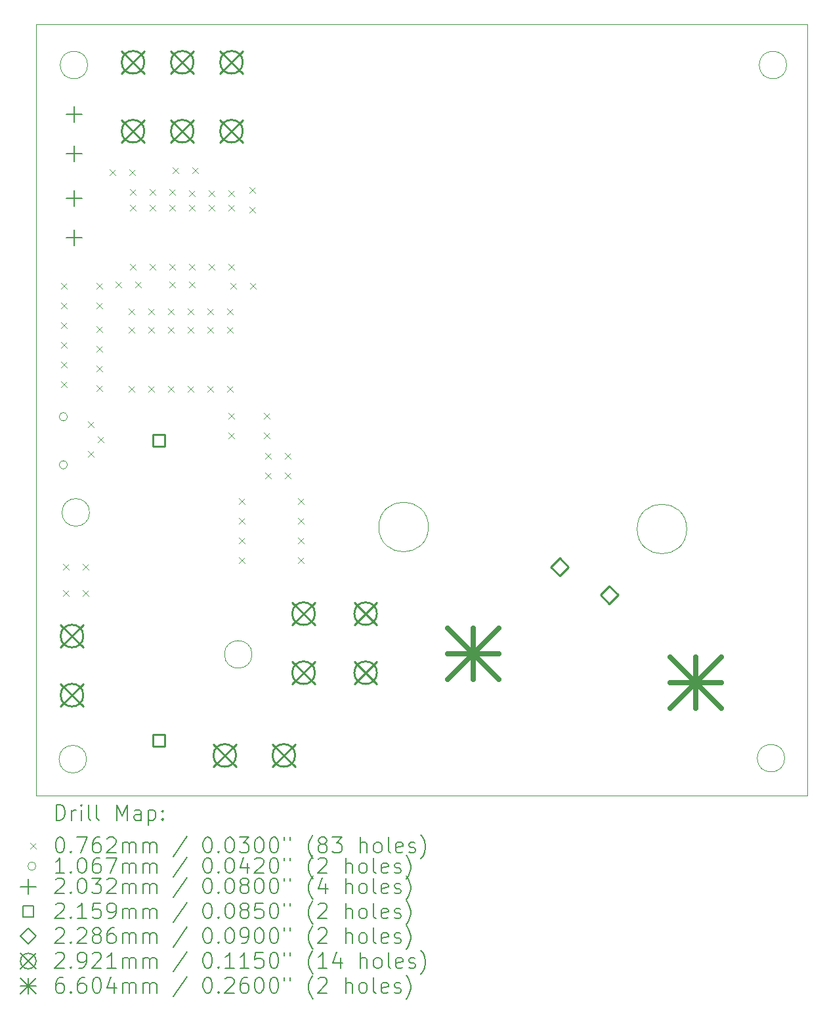
<source format=gbr>
%TF.GenerationSoftware,KiCad,Pcbnew,8.0.6*%
%TF.CreationDate,2025-01-03T13:59:47-07:00*%
%TF.ProjectId,Shutter current limit,53687574-7465-4722-9063-757272656e74,rev?*%
%TF.SameCoordinates,Original*%
%TF.FileFunction,Drillmap*%
%TF.FilePolarity,Positive*%
%FSLAX45Y45*%
G04 Gerber Fmt 4.5, Leading zero omitted, Abs format (unit mm)*
G04 Created by KiCad (PCBNEW 8.0.6) date 2025-01-03 13:59:47*
%MOMM*%
%LPD*%
G01*
G04 APERTURE LIST*
%ADD10C,0.050000*%
%ADD11C,0.200000*%
%ADD12C,0.100000*%
%ADD13C,0.106680*%
%ADD14C,0.203200*%
%ADD15C,0.215900*%
%ADD16C,0.228600*%
%ADD17C,0.292100*%
%ADD18C,0.660400*%
G04 APERTURE END LIST*
D10*
X6230620Y-11013440D02*
G75*
G02*
X5875020Y-11013440I-177800J0D01*
G01*
X5875020Y-11013440D02*
G75*
G02*
X6230620Y-11013440I177800J0D01*
G01*
X13934440Y-11226800D02*
G75*
G02*
X13294360Y-11226800I-320040J0D01*
G01*
X13294360Y-11226800D02*
G75*
G02*
X13934440Y-11226800I320040J0D01*
G01*
X6207080Y-5242320D02*
G75*
G02*
X5851480Y-5242320I-177800J0D01*
G01*
X5851480Y-5242320D02*
G75*
G02*
X6207080Y-5242320I177800J0D01*
G01*
X6191840Y-14195820D02*
G75*
G02*
X5836240Y-14195820I-177800J0D01*
G01*
X5836240Y-14195820D02*
G75*
G02*
X6191840Y-14195820I177800J0D01*
G01*
X10601960Y-11201400D02*
G75*
G02*
X9961880Y-11201400I-320040J0D01*
G01*
X9961880Y-11201400D02*
G75*
G02*
X10601960Y-11201400I320040J0D01*
G01*
X15224080Y-5242320D02*
G75*
G02*
X14868480Y-5242320I-177800J0D01*
G01*
X14868480Y-5242320D02*
G75*
G02*
X15224080Y-5242320I177800J0D01*
G01*
X8326265Y-12844780D02*
G75*
G02*
X7970520Y-12844780I-177873J0D01*
G01*
X7970520Y-12844780D02*
G75*
G02*
X8326265Y-12844780I177873J0D01*
G01*
X5542280Y-4719320D02*
X15492280Y-4719320D01*
X15492280Y-14669320D01*
X5542280Y-14669320D01*
X5542280Y-4719320D01*
X15198680Y-14183120D02*
G75*
G02*
X14843080Y-14183120I-177800J0D01*
G01*
X14843080Y-14183120D02*
G75*
G02*
X15198680Y-14183120I177800J0D01*
G01*
D11*
D12*
X5864180Y-8049020D02*
X5940380Y-8125220D01*
X5940380Y-8049020D02*
X5864180Y-8125220D01*
X5864180Y-8303020D02*
X5940380Y-8379220D01*
X5940380Y-8303020D02*
X5864180Y-8379220D01*
X5864180Y-8557020D02*
X5940380Y-8633220D01*
X5940380Y-8557020D02*
X5864180Y-8633220D01*
X5864180Y-8811020D02*
X5940380Y-8887220D01*
X5940380Y-8811020D02*
X5864180Y-8887220D01*
X5864180Y-9065020D02*
X5940380Y-9141220D01*
X5940380Y-9065020D02*
X5864180Y-9141220D01*
X5864180Y-9319020D02*
X5940380Y-9395220D01*
X5940380Y-9319020D02*
X5864180Y-9395220D01*
X5889580Y-11672820D02*
X5965780Y-11749020D01*
X5965780Y-11672820D02*
X5889580Y-11749020D01*
X5889580Y-12011420D02*
X5965780Y-12087620D01*
X5965780Y-12011420D02*
X5889580Y-12087620D01*
X6143580Y-11672820D02*
X6219780Y-11749020D01*
X6219780Y-11672820D02*
X6143580Y-11749020D01*
X6143580Y-12011420D02*
X6219780Y-12087620D01*
X6219780Y-12011420D02*
X6143580Y-12087620D01*
X6210300Y-9842500D02*
X6286500Y-9918700D01*
X6286500Y-9842500D02*
X6210300Y-9918700D01*
X6210300Y-10223500D02*
X6286500Y-10299700D01*
X6286500Y-10223500D02*
X6210300Y-10299700D01*
X6321380Y-8049020D02*
X6397580Y-8125220D01*
X6397580Y-8049020D02*
X6321380Y-8125220D01*
X6321380Y-8303020D02*
X6397580Y-8379220D01*
X6397580Y-8303020D02*
X6321380Y-8379220D01*
X6321380Y-8607820D02*
X6397580Y-8684020D01*
X6397580Y-8607820D02*
X6321380Y-8684020D01*
X6321380Y-8861820D02*
X6397580Y-8938020D01*
X6397580Y-8861820D02*
X6321380Y-8938020D01*
X6321380Y-9115820D02*
X6397580Y-9192020D01*
X6397580Y-9115820D02*
X6321380Y-9192020D01*
X6321380Y-9369820D02*
X6397580Y-9446020D01*
X6397580Y-9369820D02*
X6321380Y-9446020D01*
X6337300Y-10033000D02*
X6413500Y-10109200D01*
X6413500Y-10033000D02*
X6337300Y-10109200D01*
X6489700Y-6591300D02*
X6565900Y-6667500D01*
X6565900Y-6591300D02*
X6489700Y-6667500D01*
X6562050Y-8039100D02*
X6638250Y-8115300D01*
X6638250Y-8039100D02*
X6562050Y-8115300D01*
X6733540Y-8379220D02*
X6809740Y-8455420D01*
X6809740Y-8379220D02*
X6733540Y-8455420D01*
X6733540Y-8620520D02*
X6809740Y-8696720D01*
X6809740Y-8620520D02*
X6733540Y-8696720D01*
X6733540Y-9382520D02*
X6809740Y-9458720D01*
X6809740Y-9382520D02*
X6733540Y-9458720D01*
X6743700Y-6591300D02*
X6819900Y-6667500D01*
X6819900Y-6591300D02*
X6743700Y-6667500D01*
X6753180Y-6842433D02*
X6829380Y-6918633D01*
X6829380Y-6842433D02*
X6753180Y-6918633D01*
X6753180Y-7045720D02*
X6829380Y-7121920D01*
X6829380Y-7045720D02*
X6753180Y-7121920D01*
X6753180Y-7807720D02*
X6829380Y-7883920D01*
X6829380Y-7807720D02*
X6753180Y-7883920D01*
X6816050Y-8039100D02*
X6892250Y-8115300D01*
X6892250Y-8039100D02*
X6816050Y-8115300D01*
X6987540Y-8379220D02*
X7063740Y-8455420D01*
X7063740Y-8379220D02*
X6987540Y-8455420D01*
X6987540Y-8620520D02*
X7063740Y-8696720D01*
X7063740Y-8620520D02*
X6987540Y-8696720D01*
X6987540Y-9382520D02*
X7063740Y-9458720D01*
X7063740Y-9382520D02*
X6987540Y-9458720D01*
X7007180Y-6842433D02*
X7083380Y-6918633D01*
X7083380Y-6842433D02*
X7007180Y-6918633D01*
X7007180Y-7045720D02*
X7083380Y-7121920D01*
X7083380Y-7045720D02*
X7007180Y-7121920D01*
X7007180Y-7807720D02*
X7083380Y-7883920D01*
X7083380Y-7807720D02*
X7007180Y-7883920D01*
X7241540Y-8379220D02*
X7317740Y-8455420D01*
X7317740Y-8379220D02*
X7241540Y-8455420D01*
X7241540Y-8620520D02*
X7317740Y-8696720D01*
X7317740Y-8620520D02*
X7241540Y-8696720D01*
X7241540Y-9382520D02*
X7317740Y-9458720D01*
X7317740Y-9382520D02*
X7241540Y-9458720D01*
X7260550Y-8039100D02*
X7336750Y-8115300D01*
X7336750Y-8039100D02*
X7260550Y-8115300D01*
X7261180Y-6842433D02*
X7337380Y-6918633D01*
X7337380Y-6842433D02*
X7261180Y-6918633D01*
X7261180Y-7045720D02*
X7337380Y-7121920D01*
X7337380Y-7045720D02*
X7261180Y-7121920D01*
X7261180Y-7807720D02*
X7337380Y-7883920D01*
X7337380Y-7807720D02*
X7261180Y-7883920D01*
X7298650Y-6563360D02*
X7374850Y-6639560D01*
X7374850Y-6563360D02*
X7298650Y-6639560D01*
X7495540Y-8379220D02*
X7571740Y-8455420D01*
X7571740Y-8379220D02*
X7495540Y-8455420D01*
X7495540Y-8620520D02*
X7571740Y-8696720D01*
X7571740Y-8620520D02*
X7495540Y-8696720D01*
X7495540Y-9382520D02*
X7571740Y-9458720D01*
X7571740Y-9382520D02*
X7495540Y-9458720D01*
X7514550Y-8039100D02*
X7590750Y-8115300D01*
X7590750Y-8039100D02*
X7514550Y-8115300D01*
X7515180Y-6855220D02*
X7591380Y-6931420D01*
X7591380Y-6855220D02*
X7515180Y-6931420D01*
X7515180Y-7045720D02*
X7591380Y-7121920D01*
X7591380Y-7045720D02*
X7515180Y-7121920D01*
X7515180Y-7807720D02*
X7591380Y-7883920D01*
X7591380Y-7807720D02*
X7515180Y-7883920D01*
X7552650Y-6563360D02*
X7628850Y-6639560D01*
X7628850Y-6563360D02*
X7552650Y-6639560D01*
X7749540Y-8379220D02*
X7825740Y-8455420D01*
X7825740Y-8379220D02*
X7749540Y-8455420D01*
X7749540Y-8620520D02*
X7825740Y-8696720D01*
X7825740Y-8620520D02*
X7749540Y-8696720D01*
X7749540Y-9382520D02*
X7825740Y-9458720D01*
X7825740Y-9382520D02*
X7749540Y-9458720D01*
X7769180Y-6855220D02*
X7845380Y-6931420D01*
X7845380Y-6855220D02*
X7769180Y-6931420D01*
X7769180Y-7045720D02*
X7845380Y-7121920D01*
X7845380Y-7045720D02*
X7769180Y-7121920D01*
X7769180Y-7807720D02*
X7845380Y-7883920D01*
X7845380Y-7807720D02*
X7769180Y-7883920D01*
X8003540Y-8379220D02*
X8079740Y-8455420D01*
X8079740Y-8379220D02*
X8003540Y-8455420D01*
X8003540Y-8620520D02*
X8079740Y-8696720D01*
X8079740Y-8620520D02*
X8003540Y-8696720D01*
X8003540Y-9382520D02*
X8079740Y-9458720D01*
X8079740Y-9382520D02*
X8003540Y-9458720D01*
X8023180Y-6855220D02*
X8099380Y-6931420D01*
X8099380Y-6855220D02*
X8023180Y-6931420D01*
X8023180Y-7045720D02*
X8099380Y-7121920D01*
X8099380Y-7045720D02*
X8023180Y-7121920D01*
X8023180Y-7807720D02*
X8099380Y-7883920D01*
X8099380Y-7807720D02*
X8023180Y-7883920D01*
X8023180Y-9725420D02*
X8099380Y-9801620D01*
X8099380Y-9725420D02*
X8023180Y-9801620D01*
X8023180Y-9979420D02*
X8099380Y-10055620D01*
X8099380Y-9979420D02*
X8023180Y-10055620D01*
X8048580Y-8049020D02*
X8124780Y-8125220D01*
X8124780Y-8049020D02*
X8048580Y-8125220D01*
X8153400Y-10833100D02*
X8229600Y-10909300D01*
X8229600Y-10833100D02*
X8153400Y-10909300D01*
X8153400Y-11087100D02*
X8229600Y-11163300D01*
X8229600Y-11087100D02*
X8153400Y-11163300D01*
X8153400Y-11341100D02*
X8229600Y-11417300D01*
X8229600Y-11341100D02*
X8153400Y-11417300D01*
X8153400Y-11595100D02*
X8229600Y-11671300D01*
X8229600Y-11595100D02*
X8153400Y-11671300D01*
X8293100Y-6819900D02*
X8369300Y-6896100D01*
X8369300Y-6819900D02*
X8293100Y-6896100D01*
X8293100Y-7073900D02*
X8369300Y-7150100D01*
X8369300Y-7073900D02*
X8293100Y-7150100D01*
X8302580Y-8049020D02*
X8378780Y-8125220D01*
X8378780Y-8049020D02*
X8302580Y-8125220D01*
X8480380Y-9725420D02*
X8556580Y-9801620D01*
X8556580Y-9725420D02*
X8480380Y-9801620D01*
X8480380Y-9979420D02*
X8556580Y-10055620D01*
X8556580Y-9979420D02*
X8480380Y-10055620D01*
X8496300Y-10248900D02*
X8572500Y-10325100D01*
X8572500Y-10248900D02*
X8496300Y-10325100D01*
X8496300Y-10502900D02*
X8572500Y-10579100D01*
X8572500Y-10502900D02*
X8496300Y-10579100D01*
X8750300Y-10248900D02*
X8826500Y-10325100D01*
X8826500Y-10248900D02*
X8750300Y-10325100D01*
X8750300Y-10502900D02*
X8826500Y-10579100D01*
X8826500Y-10502900D02*
X8750300Y-10579100D01*
X8915400Y-10833100D02*
X8991600Y-10909300D01*
X8991600Y-10833100D02*
X8915400Y-10909300D01*
X8915400Y-11087100D02*
X8991600Y-11163300D01*
X8991600Y-11087100D02*
X8915400Y-11163300D01*
X8915400Y-11341100D02*
X8991600Y-11417300D01*
X8991600Y-11341100D02*
X8915400Y-11417300D01*
X8915400Y-11595100D02*
X8991600Y-11671300D01*
X8991600Y-11595100D02*
X8915400Y-11671300D01*
D13*
X5946140Y-9779000D02*
G75*
G02*
X5839460Y-9779000I-53340J0D01*
G01*
X5839460Y-9779000D02*
G75*
G02*
X5946140Y-9779000I53340J0D01*
G01*
X5946140Y-10399700D02*
G75*
G02*
X5839460Y-10399700I-53340J0D01*
G01*
X5839460Y-10399700D02*
G75*
G02*
X5946140Y-10399700I53340J0D01*
G01*
D14*
X6029280Y-5775720D02*
X6029280Y-5978920D01*
X5927680Y-5877320D02*
X6130880Y-5877320D01*
X6029280Y-6283720D02*
X6029280Y-6486920D01*
X5927680Y-6385320D02*
X6130880Y-6385320D01*
X6029280Y-6855220D02*
X6029280Y-7058420D01*
X5927680Y-6956820D02*
X6130880Y-6956820D01*
X6029280Y-7363220D02*
X6029280Y-7566420D01*
X5927680Y-7464820D02*
X6130880Y-7464820D01*
D15*
X7201033Y-10160133D02*
X7201033Y-10007467D01*
X7048367Y-10007467D01*
X7048367Y-10160133D01*
X7201033Y-10160133D01*
X7201033Y-14033633D02*
X7201033Y-13880967D01*
X7048367Y-13880967D01*
X7048367Y-14033633D01*
X7201033Y-14033633D01*
D16*
X12293600Y-11830050D02*
X12407900Y-11715750D01*
X12293600Y-11601450D01*
X12179300Y-11715750D01*
X12293600Y-11830050D01*
X12934950Y-12192000D02*
X13049250Y-12077700D01*
X12934950Y-11963400D01*
X12820650Y-12077700D01*
X12934950Y-12192000D01*
D17*
X5857830Y-12462270D02*
X6149930Y-12754370D01*
X6149930Y-12462270D02*
X5857830Y-12754370D01*
X6149930Y-12608320D02*
G75*
G02*
X5857830Y-12608320I-146050J0D01*
G01*
X5857830Y-12608320D02*
G75*
G02*
X6149930Y-12608320I146050J0D01*
G01*
X5857830Y-13224270D02*
X6149930Y-13516370D01*
X6149930Y-13224270D02*
X5857830Y-13516370D01*
X6149930Y-13370320D02*
G75*
G02*
X5857830Y-13370320I-146050J0D01*
G01*
X5857830Y-13370320D02*
G75*
G02*
X6149930Y-13370320I146050J0D01*
G01*
X6645230Y-5061390D02*
X6937330Y-5353490D01*
X6937330Y-5061390D02*
X6645230Y-5353490D01*
X6937330Y-5207440D02*
G75*
G02*
X6645230Y-5207440I-146050J0D01*
G01*
X6645230Y-5207440D02*
G75*
G02*
X6937330Y-5207440I146050J0D01*
G01*
X6645230Y-5949950D02*
X6937330Y-6242050D01*
X6937330Y-5949950D02*
X6645230Y-6242050D01*
X6937330Y-6096000D02*
G75*
G02*
X6645230Y-6096000I-146050J0D01*
G01*
X6645230Y-6096000D02*
G75*
G02*
X6937330Y-6096000I146050J0D01*
G01*
X7280230Y-5061390D02*
X7572330Y-5353490D01*
X7572330Y-5061390D02*
X7280230Y-5353490D01*
X7572330Y-5207440D02*
G75*
G02*
X7280230Y-5207440I-146050J0D01*
G01*
X7280230Y-5207440D02*
G75*
G02*
X7572330Y-5207440I146050J0D01*
G01*
X7280230Y-5949950D02*
X7572330Y-6242050D01*
X7572330Y-5949950D02*
X7280230Y-6242050D01*
X7572330Y-6096000D02*
G75*
G02*
X7280230Y-6096000I-146050J0D01*
G01*
X7280230Y-6096000D02*
G75*
G02*
X7572330Y-6096000I146050J0D01*
G01*
X7828950Y-14001750D02*
X8121050Y-14293850D01*
X8121050Y-14001750D02*
X7828950Y-14293850D01*
X8121050Y-14147800D02*
G75*
G02*
X7828950Y-14147800I-146050J0D01*
G01*
X7828950Y-14147800D02*
G75*
G02*
X8121050Y-14147800I146050J0D01*
G01*
X7915230Y-5061390D02*
X8207330Y-5353490D01*
X8207330Y-5061390D02*
X7915230Y-5353490D01*
X8207330Y-5207440D02*
G75*
G02*
X7915230Y-5207440I-146050J0D01*
G01*
X7915230Y-5207440D02*
G75*
G02*
X8207330Y-5207440I146050J0D01*
G01*
X7915230Y-5949950D02*
X8207330Y-6242050D01*
X8207330Y-5949950D02*
X7915230Y-6242050D01*
X8207330Y-6096000D02*
G75*
G02*
X7915230Y-6096000I-146050J0D01*
G01*
X7915230Y-6096000D02*
G75*
G02*
X8207330Y-6096000I146050J0D01*
G01*
X8590950Y-14001750D02*
X8883050Y-14293850D01*
X8883050Y-14001750D02*
X8590950Y-14293850D01*
X8883050Y-14147800D02*
G75*
G02*
X8590950Y-14147800I-146050J0D01*
G01*
X8590950Y-14147800D02*
G75*
G02*
X8883050Y-14147800I146050J0D01*
G01*
X8845550Y-12172950D02*
X9137650Y-12465050D01*
X9137650Y-12172950D02*
X8845550Y-12465050D01*
X9137650Y-12319000D02*
G75*
G02*
X8845550Y-12319000I-146050J0D01*
G01*
X8845550Y-12319000D02*
G75*
G02*
X9137650Y-12319000I146050J0D01*
G01*
X8845550Y-12934950D02*
X9137650Y-13227050D01*
X9137650Y-12934950D02*
X8845550Y-13227050D01*
X9137650Y-13081000D02*
G75*
G02*
X8845550Y-13081000I-146050J0D01*
G01*
X8845550Y-13081000D02*
G75*
G02*
X9137650Y-13081000I146050J0D01*
G01*
X9645650Y-12172950D02*
X9937750Y-12465050D01*
X9937750Y-12172950D02*
X9645650Y-12465050D01*
X9937750Y-12319000D02*
G75*
G02*
X9645650Y-12319000I-146050J0D01*
G01*
X9645650Y-12319000D02*
G75*
G02*
X9937750Y-12319000I146050J0D01*
G01*
X9645650Y-12934950D02*
X9937750Y-13227050D01*
X9937750Y-12934950D02*
X9645650Y-13227050D01*
X9937750Y-13081000D02*
G75*
G02*
X9645650Y-13081000I-146050J0D01*
G01*
X9645650Y-13081000D02*
G75*
G02*
X9937750Y-13081000I146050J0D01*
G01*
D18*
X10845800Y-12503150D02*
X11506200Y-13163550D01*
X11506200Y-12503150D02*
X10845800Y-13163550D01*
X11176000Y-12503150D02*
X11176000Y-13163550D01*
X10845800Y-12833350D02*
X11506200Y-12833350D01*
X13722350Y-12875260D02*
X14382750Y-13535660D01*
X14382750Y-12875260D02*
X13722350Y-13535660D01*
X14052550Y-12875260D02*
X14052550Y-13535660D01*
X13722350Y-13205460D02*
X14382750Y-13205460D01*
D11*
X5800557Y-14983304D02*
X5800557Y-14783304D01*
X5800557Y-14783304D02*
X5848176Y-14783304D01*
X5848176Y-14783304D02*
X5876747Y-14792828D01*
X5876747Y-14792828D02*
X5895795Y-14811875D01*
X5895795Y-14811875D02*
X5905319Y-14830923D01*
X5905319Y-14830923D02*
X5914842Y-14869018D01*
X5914842Y-14869018D02*
X5914842Y-14897589D01*
X5914842Y-14897589D02*
X5905319Y-14935685D01*
X5905319Y-14935685D02*
X5895795Y-14954732D01*
X5895795Y-14954732D02*
X5876747Y-14973780D01*
X5876747Y-14973780D02*
X5848176Y-14983304D01*
X5848176Y-14983304D02*
X5800557Y-14983304D01*
X6000557Y-14983304D02*
X6000557Y-14849970D01*
X6000557Y-14888066D02*
X6010081Y-14869018D01*
X6010081Y-14869018D02*
X6019604Y-14859494D01*
X6019604Y-14859494D02*
X6038652Y-14849970D01*
X6038652Y-14849970D02*
X6057700Y-14849970D01*
X6124366Y-14983304D02*
X6124366Y-14849970D01*
X6124366Y-14783304D02*
X6114842Y-14792828D01*
X6114842Y-14792828D02*
X6124366Y-14802351D01*
X6124366Y-14802351D02*
X6133890Y-14792828D01*
X6133890Y-14792828D02*
X6124366Y-14783304D01*
X6124366Y-14783304D02*
X6124366Y-14802351D01*
X6248176Y-14983304D02*
X6229128Y-14973780D01*
X6229128Y-14973780D02*
X6219604Y-14954732D01*
X6219604Y-14954732D02*
X6219604Y-14783304D01*
X6352938Y-14983304D02*
X6333890Y-14973780D01*
X6333890Y-14973780D02*
X6324366Y-14954732D01*
X6324366Y-14954732D02*
X6324366Y-14783304D01*
X6581509Y-14983304D02*
X6581509Y-14783304D01*
X6581509Y-14783304D02*
X6648176Y-14926161D01*
X6648176Y-14926161D02*
X6714842Y-14783304D01*
X6714842Y-14783304D02*
X6714842Y-14983304D01*
X6895795Y-14983304D02*
X6895795Y-14878542D01*
X6895795Y-14878542D02*
X6886271Y-14859494D01*
X6886271Y-14859494D02*
X6867223Y-14849970D01*
X6867223Y-14849970D02*
X6829128Y-14849970D01*
X6829128Y-14849970D02*
X6810081Y-14859494D01*
X6895795Y-14973780D02*
X6876747Y-14983304D01*
X6876747Y-14983304D02*
X6829128Y-14983304D01*
X6829128Y-14983304D02*
X6810081Y-14973780D01*
X6810081Y-14973780D02*
X6800557Y-14954732D01*
X6800557Y-14954732D02*
X6800557Y-14935685D01*
X6800557Y-14935685D02*
X6810081Y-14916637D01*
X6810081Y-14916637D02*
X6829128Y-14907113D01*
X6829128Y-14907113D02*
X6876747Y-14907113D01*
X6876747Y-14907113D02*
X6895795Y-14897589D01*
X6991033Y-14849970D02*
X6991033Y-15049970D01*
X6991033Y-14859494D02*
X7010081Y-14849970D01*
X7010081Y-14849970D02*
X7048176Y-14849970D01*
X7048176Y-14849970D02*
X7067223Y-14859494D01*
X7067223Y-14859494D02*
X7076747Y-14869018D01*
X7076747Y-14869018D02*
X7086271Y-14888066D01*
X7086271Y-14888066D02*
X7086271Y-14945208D01*
X7086271Y-14945208D02*
X7076747Y-14964256D01*
X7076747Y-14964256D02*
X7067223Y-14973780D01*
X7067223Y-14973780D02*
X7048176Y-14983304D01*
X7048176Y-14983304D02*
X7010081Y-14983304D01*
X7010081Y-14983304D02*
X6991033Y-14973780D01*
X7171985Y-14964256D02*
X7181509Y-14973780D01*
X7181509Y-14973780D02*
X7171985Y-14983304D01*
X7171985Y-14983304D02*
X7162462Y-14973780D01*
X7162462Y-14973780D02*
X7171985Y-14964256D01*
X7171985Y-14964256D02*
X7171985Y-14983304D01*
X7171985Y-14859494D02*
X7181509Y-14869018D01*
X7181509Y-14869018D02*
X7171985Y-14878542D01*
X7171985Y-14878542D02*
X7162462Y-14869018D01*
X7162462Y-14869018D02*
X7171985Y-14859494D01*
X7171985Y-14859494D02*
X7171985Y-14878542D01*
D12*
X5463580Y-15273720D02*
X5539780Y-15349920D01*
X5539780Y-15273720D02*
X5463580Y-15349920D01*
D11*
X5838652Y-15203304D02*
X5857700Y-15203304D01*
X5857700Y-15203304D02*
X5876747Y-15212828D01*
X5876747Y-15212828D02*
X5886271Y-15222351D01*
X5886271Y-15222351D02*
X5895795Y-15241399D01*
X5895795Y-15241399D02*
X5905319Y-15279494D01*
X5905319Y-15279494D02*
X5905319Y-15327113D01*
X5905319Y-15327113D02*
X5895795Y-15365208D01*
X5895795Y-15365208D02*
X5886271Y-15384256D01*
X5886271Y-15384256D02*
X5876747Y-15393780D01*
X5876747Y-15393780D02*
X5857700Y-15403304D01*
X5857700Y-15403304D02*
X5838652Y-15403304D01*
X5838652Y-15403304D02*
X5819604Y-15393780D01*
X5819604Y-15393780D02*
X5810081Y-15384256D01*
X5810081Y-15384256D02*
X5800557Y-15365208D01*
X5800557Y-15365208D02*
X5791033Y-15327113D01*
X5791033Y-15327113D02*
X5791033Y-15279494D01*
X5791033Y-15279494D02*
X5800557Y-15241399D01*
X5800557Y-15241399D02*
X5810081Y-15222351D01*
X5810081Y-15222351D02*
X5819604Y-15212828D01*
X5819604Y-15212828D02*
X5838652Y-15203304D01*
X5991033Y-15384256D02*
X6000557Y-15393780D01*
X6000557Y-15393780D02*
X5991033Y-15403304D01*
X5991033Y-15403304D02*
X5981509Y-15393780D01*
X5981509Y-15393780D02*
X5991033Y-15384256D01*
X5991033Y-15384256D02*
X5991033Y-15403304D01*
X6067223Y-15203304D02*
X6200557Y-15203304D01*
X6200557Y-15203304D02*
X6114842Y-15403304D01*
X6362462Y-15203304D02*
X6324366Y-15203304D01*
X6324366Y-15203304D02*
X6305319Y-15212828D01*
X6305319Y-15212828D02*
X6295795Y-15222351D01*
X6295795Y-15222351D02*
X6276747Y-15250923D01*
X6276747Y-15250923D02*
X6267223Y-15289018D01*
X6267223Y-15289018D02*
X6267223Y-15365208D01*
X6267223Y-15365208D02*
X6276747Y-15384256D01*
X6276747Y-15384256D02*
X6286271Y-15393780D01*
X6286271Y-15393780D02*
X6305319Y-15403304D01*
X6305319Y-15403304D02*
X6343414Y-15403304D01*
X6343414Y-15403304D02*
X6362462Y-15393780D01*
X6362462Y-15393780D02*
X6371985Y-15384256D01*
X6371985Y-15384256D02*
X6381509Y-15365208D01*
X6381509Y-15365208D02*
X6381509Y-15317589D01*
X6381509Y-15317589D02*
X6371985Y-15298542D01*
X6371985Y-15298542D02*
X6362462Y-15289018D01*
X6362462Y-15289018D02*
X6343414Y-15279494D01*
X6343414Y-15279494D02*
X6305319Y-15279494D01*
X6305319Y-15279494D02*
X6286271Y-15289018D01*
X6286271Y-15289018D02*
X6276747Y-15298542D01*
X6276747Y-15298542D02*
X6267223Y-15317589D01*
X6457700Y-15222351D02*
X6467223Y-15212828D01*
X6467223Y-15212828D02*
X6486271Y-15203304D01*
X6486271Y-15203304D02*
X6533890Y-15203304D01*
X6533890Y-15203304D02*
X6552938Y-15212828D01*
X6552938Y-15212828D02*
X6562462Y-15222351D01*
X6562462Y-15222351D02*
X6571985Y-15241399D01*
X6571985Y-15241399D02*
X6571985Y-15260447D01*
X6571985Y-15260447D02*
X6562462Y-15289018D01*
X6562462Y-15289018D02*
X6448176Y-15403304D01*
X6448176Y-15403304D02*
X6571985Y-15403304D01*
X6657700Y-15403304D02*
X6657700Y-15269970D01*
X6657700Y-15289018D02*
X6667223Y-15279494D01*
X6667223Y-15279494D02*
X6686271Y-15269970D01*
X6686271Y-15269970D02*
X6714843Y-15269970D01*
X6714843Y-15269970D02*
X6733890Y-15279494D01*
X6733890Y-15279494D02*
X6743414Y-15298542D01*
X6743414Y-15298542D02*
X6743414Y-15403304D01*
X6743414Y-15298542D02*
X6752938Y-15279494D01*
X6752938Y-15279494D02*
X6771985Y-15269970D01*
X6771985Y-15269970D02*
X6800557Y-15269970D01*
X6800557Y-15269970D02*
X6819604Y-15279494D01*
X6819604Y-15279494D02*
X6829128Y-15298542D01*
X6829128Y-15298542D02*
X6829128Y-15403304D01*
X6924366Y-15403304D02*
X6924366Y-15269970D01*
X6924366Y-15289018D02*
X6933890Y-15279494D01*
X6933890Y-15279494D02*
X6952938Y-15269970D01*
X6952938Y-15269970D02*
X6981509Y-15269970D01*
X6981509Y-15269970D02*
X7000557Y-15279494D01*
X7000557Y-15279494D02*
X7010081Y-15298542D01*
X7010081Y-15298542D02*
X7010081Y-15403304D01*
X7010081Y-15298542D02*
X7019604Y-15279494D01*
X7019604Y-15279494D02*
X7038652Y-15269970D01*
X7038652Y-15269970D02*
X7067223Y-15269970D01*
X7067223Y-15269970D02*
X7086271Y-15279494D01*
X7086271Y-15279494D02*
X7095795Y-15298542D01*
X7095795Y-15298542D02*
X7095795Y-15403304D01*
X7486271Y-15193780D02*
X7314843Y-15450923D01*
X7743414Y-15203304D02*
X7762462Y-15203304D01*
X7762462Y-15203304D02*
X7781509Y-15212828D01*
X7781509Y-15212828D02*
X7791033Y-15222351D01*
X7791033Y-15222351D02*
X7800557Y-15241399D01*
X7800557Y-15241399D02*
X7810081Y-15279494D01*
X7810081Y-15279494D02*
X7810081Y-15327113D01*
X7810081Y-15327113D02*
X7800557Y-15365208D01*
X7800557Y-15365208D02*
X7791033Y-15384256D01*
X7791033Y-15384256D02*
X7781509Y-15393780D01*
X7781509Y-15393780D02*
X7762462Y-15403304D01*
X7762462Y-15403304D02*
X7743414Y-15403304D01*
X7743414Y-15403304D02*
X7724366Y-15393780D01*
X7724366Y-15393780D02*
X7714843Y-15384256D01*
X7714843Y-15384256D02*
X7705319Y-15365208D01*
X7705319Y-15365208D02*
X7695795Y-15327113D01*
X7695795Y-15327113D02*
X7695795Y-15279494D01*
X7695795Y-15279494D02*
X7705319Y-15241399D01*
X7705319Y-15241399D02*
X7714843Y-15222351D01*
X7714843Y-15222351D02*
X7724366Y-15212828D01*
X7724366Y-15212828D02*
X7743414Y-15203304D01*
X7895795Y-15384256D02*
X7905319Y-15393780D01*
X7905319Y-15393780D02*
X7895795Y-15403304D01*
X7895795Y-15403304D02*
X7886271Y-15393780D01*
X7886271Y-15393780D02*
X7895795Y-15384256D01*
X7895795Y-15384256D02*
X7895795Y-15403304D01*
X8029128Y-15203304D02*
X8048176Y-15203304D01*
X8048176Y-15203304D02*
X8067224Y-15212828D01*
X8067224Y-15212828D02*
X8076747Y-15222351D01*
X8076747Y-15222351D02*
X8086271Y-15241399D01*
X8086271Y-15241399D02*
X8095795Y-15279494D01*
X8095795Y-15279494D02*
X8095795Y-15327113D01*
X8095795Y-15327113D02*
X8086271Y-15365208D01*
X8086271Y-15365208D02*
X8076747Y-15384256D01*
X8076747Y-15384256D02*
X8067224Y-15393780D01*
X8067224Y-15393780D02*
X8048176Y-15403304D01*
X8048176Y-15403304D02*
X8029128Y-15403304D01*
X8029128Y-15403304D02*
X8010081Y-15393780D01*
X8010081Y-15393780D02*
X8000557Y-15384256D01*
X8000557Y-15384256D02*
X7991033Y-15365208D01*
X7991033Y-15365208D02*
X7981509Y-15327113D01*
X7981509Y-15327113D02*
X7981509Y-15279494D01*
X7981509Y-15279494D02*
X7991033Y-15241399D01*
X7991033Y-15241399D02*
X8000557Y-15222351D01*
X8000557Y-15222351D02*
X8010081Y-15212828D01*
X8010081Y-15212828D02*
X8029128Y-15203304D01*
X8162462Y-15203304D02*
X8286271Y-15203304D01*
X8286271Y-15203304D02*
X8219605Y-15279494D01*
X8219605Y-15279494D02*
X8248176Y-15279494D01*
X8248176Y-15279494D02*
X8267224Y-15289018D01*
X8267224Y-15289018D02*
X8276747Y-15298542D01*
X8276747Y-15298542D02*
X8286271Y-15317589D01*
X8286271Y-15317589D02*
X8286271Y-15365208D01*
X8286271Y-15365208D02*
X8276747Y-15384256D01*
X8276747Y-15384256D02*
X8267224Y-15393780D01*
X8267224Y-15393780D02*
X8248176Y-15403304D01*
X8248176Y-15403304D02*
X8191033Y-15403304D01*
X8191033Y-15403304D02*
X8171986Y-15393780D01*
X8171986Y-15393780D02*
X8162462Y-15384256D01*
X8410081Y-15203304D02*
X8429129Y-15203304D01*
X8429129Y-15203304D02*
X8448176Y-15212828D01*
X8448176Y-15212828D02*
X8457700Y-15222351D01*
X8457700Y-15222351D02*
X8467224Y-15241399D01*
X8467224Y-15241399D02*
X8476748Y-15279494D01*
X8476748Y-15279494D02*
X8476748Y-15327113D01*
X8476748Y-15327113D02*
X8467224Y-15365208D01*
X8467224Y-15365208D02*
X8457700Y-15384256D01*
X8457700Y-15384256D02*
X8448176Y-15393780D01*
X8448176Y-15393780D02*
X8429129Y-15403304D01*
X8429129Y-15403304D02*
X8410081Y-15403304D01*
X8410081Y-15403304D02*
X8391033Y-15393780D01*
X8391033Y-15393780D02*
X8381509Y-15384256D01*
X8381509Y-15384256D02*
X8371986Y-15365208D01*
X8371986Y-15365208D02*
X8362462Y-15327113D01*
X8362462Y-15327113D02*
X8362462Y-15279494D01*
X8362462Y-15279494D02*
X8371986Y-15241399D01*
X8371986Y-15241399D02*
X8381509Y-15222351D01*
X8381509Y-15222351D02*
X8391033Y-15212828D01*
X8391033Y-15212828D02*
X8410081Y-15203304D01*
X8600557Y-15203304D02*
X8619605Y-15203304D01*
X8619605Y-15203304D02*
X8638652Y-15212828D01*
X8638652Y-15212828D02*
X8648176Y-15222351D01*
X8648176Y-15222351D02*
X8657700Y-15241399D01*
X8657700Y-15241399D02*
X8667224Y-15279494D01*
X8667224Y-15279494D02*
X8667224Y-15327113D01*
X8667224Y-15327113D02*
X8657700Y-15365208D01*
X8657700Y-15365208D02*
X8648176Y-15384256D01*
X8648176Y-15384256D02*
X8638652Y-15393780D01*
X8638652Y-15393780D02*
X8619605Y-15403304D01*
X8619605Y-15403304D02*
X8600557Y-15403304D01*
X8600557Y-15403304D02*
X8581509Y-15393780D01*
X8581509Y-15393780D02*
X8571986Y-15384256D01*
X8571986Y-15384256D02*
X8562462Y-15365208D01*
X8562462Y-15365208D02*
X8552938Y-15327113D01*
X8552938Y-15327113D02*
X8552938Y-15279494D01*
X8552938Y-15279494D02*
X8562462Y-15241399D01*
X8562462Y-15241399D02*
X8571986Y-15222351D01*
X8571986Y-15222351D02*
X8581509Y-15212828D01*
X8581509Y-15212828D02*
X8600557Y-15203304D01*
X8743414Y-15203304D02*
X8743414Y-15241399D01*
X8819605Y-15203304D02*
X8819605Y-15241399D01*
X9114843Y-15479494D02*
X9105319Y-15469970D01*
X9105319Y-15469970D02*
X9086271Y-15441399D01*
X9086271Y-15441399D02*
X9076748Y-15422351D01*
X9076748Y-15422351D02*
X9067224Y-15393780D01*
X9067224Y-15393780D02*
X9057700Y-15346161D01*
X9057700Y-15346161D02*
X9057700Y-15308066D01*
X9057700Y-15308066D02*
X9067224Y-15260447D01*
X9067224Y-15260447D02*
X9076748Y-15231875D01*
X9076748Y-15231875D02*
X9086271Y-15212828D01*
X9086271Y-15212828D02*
X9105319Y-15184256D01*
X9105319Y-15184256D02*
X9114843Y-15174732D01*
X9219605Y-15289018D02*
X9200557Y-15279494D01*
X9200557Y-15279494D02*
X9191033Y-15269970D01*
X9191033Y-15269970D02*
X9181510Y-15250923D01*
X9181510Y-15250923D02*
X9181510Y-15241399D01*
X9181510Y-15241399D02*
X9191033Y-15222351D01*
X9191033Y-15222351D02*
X9200557Y-15212828D01*
X9200557Y-15212828D02*
X9219605Y-15203304D01*
X9219605Y-15203304D02*
X9257700Y-15203304D01*
X9257700Y-15203304D02*
X9276748Y-15212828D01*
X9276748Y-15212828D02*
X9286271Y-15222351D01*
X9286271Y-15222351D02*
X9295795Y-15241399D01*
X9295795Y-15241399D02*
X9295795Y-15250923D01*
X9295795Y-15250923D02*
X9286271Y-15269970D01*
X9286271Y-15269970D02*
X9276748Y-15279494D01*
X9276748Y-15279494D02*
X9257700Y-15289018D01*
X9257700Y-15289018D02*
X9219605Y-15289018D01*
X9219605Y-15289018D02*
X9200557Y-15298542D01*
X9200557Y-15298542D02*
X9191033Y-15308066D01*
X9191033Y-15308066D02*
X9181510Y-15327113D01*
X9181510Y-15327113D02*
X9181510Y-15365208D01*
X9181510Y-15365208D02*
X9191033Y-15384256D01*
X9191033Y-15384256D02*
X9200557Y-15393780D01*
X9200557Y-15393780D02*
X9219605Y-15403304D01*
X9219605Y-15403304D02*
X9257700Y-15403304D01*
X9257700Y-15403304D02*
X9276748Y-15393780D01*
X9276748Y-15393780D02*
X9286271Y-15384256D01*
X9286271Y-15384256D02*
X9295795Y-15365208D01*
X9295795Y-15365208D02*
X9295795Y-15327113D01*
X9295795Y-15327113D02*
X9286271Y-15308066D01*
X9286271Y-15308066D02*
X9276748Y-15298542D01*
X9276748Y-15298542D02*
X9257700Y-15289018D01*
X9362462Y-15203304D02*
X9486271Y-15203304D01*
X9486271Y-15203304D02*
X9419605Y-15279494D01*
X9419605Y-15279494D02*
X9448176Y-15279494D01*
X9448176Y-15279494D02*
X9467224Y-15289018D01*
X9467224Y-15289018D02*
X9476748Y-15298542D01*
X9476748Y-15298542D02*
X9486271Y-15317589D01*
X9486271Y-15317589D02*
X9486271Y-15365208D01*
X9486271Y-15365208D02*
X9476748Y-15384256D01*
X9476748Y-15384256D02*
X9467224Y-15393780D01*
X9467224Y-15393780D02*
X9448176Y-15403304D01*
X9448176Y-15403304D02*
X9391033Y-15403304D01*
X9391033Y-15403304D02*
X9371986Y-15393780D01*
X9371986Y-15393780D02*
X9362462Y-15384256D01*
X9724367Y-15403304D02*
X9724367Y-15203304D01*
X9810081Y-15403304D02*
X9810081Y-15298542D01*
X9810081Y-15298542D02*
X9800557Y-15279494D01*
X9800557Y-15279494D02*
X9781510Y-15269970D01*
X9781510Y-15269970D02*
X9752938Y-15269970D01*
X9752938Y-15269970D02*
X9733891Y-15279494D01*
X9733891Y-15279494D02*
X9724367Y-15289018D01*
X9933891Y-15403304D02*
X9914843Y-15393780D01*
X9914843Y-15393780D02*
X9905319Y-15384256D01*
X9905319Y-15384256D02*
X9895795Y-15365208D01*
X9895795Y-15365208D02*
X9895795Y-15308066D01*
X9895795Y-15308066D02*
X9905319Y-15289018D01*
X9905319Y-15289018D02*
X9914843Y-15279494D01*
X9914843Y-15279494D02*
X9933891Y-15269970D01*
X9933891Y-15269970D02*
X9962462Y-15269970D01*
X9962462Y-15269970D02*
X9981510Y-15279494D01*
X9981510Y-15279494D02*
X9991033Y-15289018D01*
X9991033Y-15289018D02*
X10000557Y-15308066D01*
X10000557Y-15308066D02*
X10000557Y-15365208D01*
X10000557Y-15365208D02*
X9991033Y-15384256D01*
X9991033Y-15384256D02*
X9981510Y-15393780D01*
X9981510Y-15393780D02*
X9962462Y-15403304D01*
X9962462Y-15403304D02*
X9933891Y-15403304D01*
X10114843Y-15403304D02*
X10095795Y-15393780D01*
X10095795Y-15393780D02*
X10086272Y-15374732D01*
X10086272Y-15374732D02*
X10086272Y-15203304D01*
X10267224Y-15393780D02*
X10248176Y-15403304D01*
X10248176Y-15403304D02*
X10210081Y-15403304D01*
X10210081Y-15403304D02*
X10191033Y-15393780D01*
X10191033Y-15393780D02*
X10181510Y-15374732D01*
X10181510Y-15374732D02*
X10181510Y-15298542D01*
X10181510Y-15298542D02*
X10191033Y-15279494D01*
X10191033Y-15279494D02*
X10210081Y-15269970D01*
X10210081Y-15269970D02*
X10248176Y-15269970D01*
X10248176Y-15269970D02*
X10267224Y-15279494D01*
X10267224Y-15279494D02*
X10276748Y-15298542D01*
X10276748Y-15298542D02*
X10276748Y-15317589D01*
X10276748Y-15317589D02*
X10181510Y-15336637D01*
X10352938Y-15393780D02*
X10371986Y-15403304D01*
X10371986Y-15403304D02*
X10410081Y-15403304D01*
X10410081Y-15403304D02*
X10429129Y-15393780D01*
X10429129Y-15393780D02*
X10438653Y-15374732D01*
X10438653Y-15374732D02*
X10438653Y-15365208D01*
X10438653Y-15365208D02*
X10429129Y-15346161D01*
X10429129Y-15346161D02*
X10410081Y-15336637D01*
X10410081Y-15336637D02*
X10381510Y-15336637D01*
X10381510Y-15336637D02*
X10362462Y-15327113D01*
X10362462Y-15327113D02*
X10352938Y-15308066D01*
X10352938Y-15308066D02*
X10352938Y-15298542D01*
X10352938Y-15298542D02*
X10362462Y-15279494D01*
X10362462Y-15279494D02*
X10381510Y-15269970D01*
X10381510Y-15269970D02*
X10410081Y-15269970D01*
X10410081Y-15269970D02*
X10429129Y-15279494D01*
X10505319Y-15479494D02*
X10514843Y-15469970D01*
X10514843Y-15469970D02*
X10533891Y-15441399D01*
X10533891Y-15441399D02*
X10543414Y-15422351D01*
X10543414Y-15422351D02*
X10552938Y-15393780D01*
X10552938Y-15393780D02*
X10562462Y-15346161D01*
X10562462Y-15346161D02*
X10562462Y-15308066D01*
X10562462Y-15308066D02*
X10552938Y-15260447D01*
X10552938Y-15260447D02*
X10543414Y-15231875D01*
X10543414Y-15231875D02*
X10533891Y-15212828D01*
X10533891Y-15212828D02*
X10514843Y-15184256D01*
X10514843Y-15184256D02*
X10505319Y-15174732D01*
D13*
X5539780Y-15575820D02*
G75*
G02*
X5433100Y-15575820I-53340J0D01*
G01*
X5433100Y-15575820D02*
G75*
G02*
X5539780Y-15575820I53340J0D01*
G01*
D11*
X5905319Y-15667304D02*
X5791033Y-15667304D01*
X5848176Y-15667304D02*
X5848176Y-15467304D01*
X5848176Y-15467304D02*
X5829128Y-15495875D01*
X5829128Y-15495875D02*
X5810081Y-15514923D01*
X5810081Y-15514923D02*
X5791033Y-15524447D01*
X5991033Y-15648256D02*
X6000557Y-15657780D01*
X6000557Y-15657780D02*
X5991033Y-15667304D01*
X5991033Y-15667304D02*
X5981509Y-15657780D01*
X5981509Y-15657780D02*
X5991033Y-15648256D01*
X5991033Y-15648256D02*
X5991033Y-15667304D01*
X6124366Y-15467304D02*
X6143414Y-15467304D01*
X6143414Y-15467304D02*
X6162462Y-15476828D01*
X6162462Y-15476828D02*
X6171985Y-15486351D01*
X6171985Y-15486351D02*
X6181509Y-15505399D01*
X6181509Y-15505399D02*
X6191033Y-15543494D01*
X6191033Y-15543494D02*
X6191033Y-15591113D01*
X6191033Y-15591113D02*
X6181509Y-15629208D01*
X6181509Y-15629208D02*
X6171985Y-15648256D01*
X6171985Y-15648256D02*
X6162462Y-15657780D01*
X6162462Y-15657780D02*
X6143414Y-15667304D01*
X6143414Y-15667304D02*
X6124366Y-15667304D01*
X6124366Y-15667304D02*
X6105319Y-15657780D01*
X6105319Y-15657780D02*
X6095795Y-15648256D01*
X6095795Y-15648256D02*
X6086271Y-15629208D01*
X6086271Y-15629208D02*
X6076747Y-15591113D01*
X6076747Y-15591113D02*
X6076747Y-15543494D01*
X6076747Y-15543494D02*
X6086271Y-15505399D01*
X6086271Y-15505399D02*
X6095795Y-15486351D01*
X6095795Y-15486351D02*
X6105319Y-15476828D01*
X6105319Y-15476828D02*
X6124366Y-15467304D01*
X6362462Y-15467304D02*
X6324366Y-15467304D01*
X6324366Y-15467304D02*
X6305319Y-15476828D01*
X6305319Y-15476828D02*
X6295795Y-15486351D01*
X6295795Y-15486351D02*
X6276747Y-15514923D01*
X6276747Y-15514923D02*
X6267223Y-15553018D01*
X6267223Y-15553018D02*
X6267223Y-15629208D01*
X6267223Y-15629208D02*
X6276747Y-15648256D01*
X6276747Y-15648256D02*
X6286271Y-15657780D01*
X6286271Y-15657780D02*
X6305319Y-15667304D01*
X6305319Y-15667304D02*
X6343414Y-15667304D01*
X6343414Y-15667304D02*
X6362462Y-15657780D01*
X6362462Y-15657780D02*
X6371985Y-15648256D01*
X6371985Y-15648256D02*
X6381509Y-15629208D01*
X6381509Y-15629208D02*
X6381509Y-15581589D01*
X6381509Y-15581589D02*
X6371985Y-15562542D01*
X6371985Y-15562542D02*
X6362462Y-15553018D01*
X6362462Y-15553018D02*
X6343414Y-15543494D01*
X6343414Y-15543494D02*
X6305319Y-15543494D01*
X6305319Y-15543494D02*
X6286271Y-15553018D01*
X6286271Y-15553018D02*
X6276747Y-15562542D01*
X6276747Y-15562542D02*
X6267223Y-15581589D01*
X6448176Y-15467304D02*
X6581509Y-15467304D01*
X6581509Y-15467304D02*
X6495795Y-15667304D01*
X6657700Y-15667304D02*
X6657700Y-15533970D01*
X6657700Y-15553018D02*
X6667223Y-15543494D01*
X6667223Y-15543494D02*
X6686271Y-15533970D01*
X6686271Y-15533970D02*
X6714843Y-15533970D01*
X6714843Y-15533970D02*
X6733890Y-15543494D01*
X6733890Y-15543494D02*
X6743414Y-15562542D01*
X6743414Y-15562542D02*
X6743414Y-15667304D01*
X6743414Y-15562542D02*
X6752938Y-15543494D01*
X6752938Y-15543494D02*
X6771985Y-15533970D01*
X6771985Y-15533970D02*
X6800557Y-15533970D01*
X6800557Y-15533970D02*
X6819604Y-15543494D01*
X6819604Y-15543494D02*
X6829128Y-15562542D01*
X6829128Y-15562542D02*
X6829128Y-15667304D01*
X6924366Y-15667304D02*
X6924366Y-15533970D01*
X6924366Y-15553018D02*
X6933890Y-15543494D01*
X6933890Y-15543494D02*
X6952938Y-15533970D01*
X6952938Y-15533970D02*
X6981509Y-15533970D01*
X6981509Y-15533970D02*
X7000557Y-15543494D01*
X7000557Y-15543494D02*
X7010081Y-15562542D01*
X7010081Y-15562542D02*
X7010081Y-15667304D01*
X7010081Y-15562542D02*
X7019604Y-15543494D01*
X7019604Y-15543494D02*
X7038652Y-15533970D01*
X7038652Y-15533970D02*
X7067223Y-15533970D01*
X7067223Y-15533970D02*
X7086271Y-15543494D01*
X7086271Y-15543494D02*
X7095795Y-15562542D01*
X7095795Y-15562542D02*
X7095795Y-15667304D01*
X7486271Y-15457780D02*
X7314843Y-15714923D01*
X7743414Y-15467304D02*
X7762462Y-15467304D01*
X7762462Y-15467304D02*
X7781509Y-15476828D01*
X7781509Y-15476828D02*
X7791033Y-15486351D01*
X7791033Y-15486351D02*
X7800557Y-15505399D01*
X7800557Y-15505399D02*
X7810081Y-15543494D01*
X7810081Y-15543494D02*
X7810081Y-15591113D01*
X7810081Y-15591113D02*
X7800557Y-15629208D01*
X7800557Y-15629208D02*
X7791033Y-15648256D01*
X7791033Y-15648256D02*
X7781509Y-15657780D01*
X7781509Y-15657780D02*
X7762462Y-15667304D01*
X7762462Y-15667304D02*
X7743414Y-15667304D01*
X7743414Y-15667304D02*
X7724366Y-15657780D01*
X7724366Y-15657780D02*
X7714843Y-15648256D01*
X7714843Y-15648256D02*
X7705319Y-15629208D01*
X7705319Y-15629208D02*
X7695795Y-15591113D01*
X7695795Y-15591113D02*
X7695795Y-15543494D01*
X7695795Y-15543494D02*
X7705319Y-15505399D01*
X7705319Y-15505399D02*
X7714843Y-15486351D01*
X7714843Y-15486351D02*
X7724366Y-15476828D01*
X7724366Y-15476828D02*
X7743414Y-15467304D01*
X7895795Y-15648256D02*
X7905319Y-15657780D01*
X7905319Y-15657780D02*
X7895795Y-15667304D01*
X7895795Y-15667304D02*
X7886271Y-15657780D01*
X7886271Y-15657780D02*
X7895795Y-15648256D01*
X7895795Y-15648256D02*
X7895795Y-15667304D01*
X8029128Y-15467304D02*
X8048176Y-15467304D01*
X8048176Y-15467304D02*
X8067224Y-15476828D01*
X8067224Y-15476828D02*
X8076747Y-15486351D01*
X8076747Y-15486351D02*
X8086271Y-15505399D01*
X8086271Y-15505399D02*
X8095795Y-15543494D01*
X8095795Y-15543494D02*
X8095795Y-15591113D01*
X8095795Y-15591113D02*
X8086271Y-15629208D01*
X8086271Y-15629208D02*
X8076747Y-15648256D01*
X8076747Y-15648256D02*
X8067224Y-15657780D01*
X8067224Y-15657780D02*
X8048176Y-15667304D01*
X8048176Y-15667304D02*
X8029128Y-15667304D01*
X8029128Y-15667304D02*
X8010081Y-15657780D01*
X8010081Y-15657780D02*
X8000557Y-15648256D01*
X8000557Y-15648256D02*
X7991033Y-15629208D01*
X7991033Y-15629208D02*
X7981509Y-15591113D01*
X7981509Y-15591113D02*
X7981509Y-15543494D01*
X7981509Y-15543494D02*
X7991033Y-15505399D01*
X7991033Y-15505399D02*
X8000557Y-15486351D01*
X8000557Y-15486351D02*
X8010081Y-15476828D01*
X8010081Y-15476828D02*
X8029128Y-15467304D01*
X8267224Y-15533970D02*
X8267224Y-15667304D01*
X8219605Y-15457780D02*
X8171986Y-15600637D01*
X8171986Y-15600637D02*
X8295795Y-15600637D01*
X8362462Y-15486351D02*
X8371986Y-15476828D01*
X8371986Y-15476828D02*
X8391033Y-15467304D01*
X8391033Y-15467304D02*
X8438652Y-15467304D01*
X8438652Y-15467304D02*
X8457700Y-15476828D01*
X8457700Y-15476828D02*
X8467224Y-15486351D01*
X8467224Y-15486351D02*
X8476748Y-15505399D01*
X8476748Y-15505399D02*
X8476748Y-15524447D01*
X8476748Y-15524447D02*
X8467224Y-15553018D01*
X8467224Y-15553018D02*
X8352938Y-15667304D01*
X8352938Y-15667304D02*
X8476748Y-15667304D01*
X8600557Y-15467304D02*
X8619605Y-15467304D01*
X8619605Y-15467304D02*
X8638652Y-15476828D01*
X8638652Y-15476828D02*
X8648176Y-15486351D01*
X8648176Y-15486351D02*
X8657700Y-15505399D01*
X8657700Y-15505399D02*
X8667224Y-15543494D01*
X8667224Y-15543494D02*
X8667224Y-15591113D01*
X8667224Y-15591113D02*
X8657700Y-15629208D01*
X8657700Y-15629208D02*
X8648176Y-15648256D01*
X8648176Y-15648256D02*
X8638652Y-15657780D01*
X8638652Y-15657780D02*
X8619605Y-15667304D01*
X8619605Y-15667304D02*
X8600557Y-15667304D01*
X8600557Y-15667304D02*
X8581509Y-15657780D01*
X8581509Y-15657780D02*
X8571986Y-15648256D01*
X8571986Y-15648256D02*
X8562462Y-15629208D01*
X8562462Y-15629208D02*
X8552938Y-15591113D01*
X8552938Y-15591113D02*
X8552938Y-15543494D01*
X8552938Y-15543494D02*
X8562462Y-15505399D01*
X8562462Y-15505399D02*
X8571986Y-15486351D01*
X8571986Y-15486351D02*
X8581509Y-15476828D01*
X8581509Y-15476828D02*
X8600557Y-15467304D01*
X8743414Y-15467304D02*
X8743414Y-15505399D01*
X8819605Y-15467304D02*
X8819605Y-15505399D01*
X9114843Y-15743494D02*
X9105319Y-15733970D01*
X9105319Y-15733970D02*
X9086271Y-15705399D01*
X9086271Y-15705399D02*
X9076748Y-15686351D01*
X9076748Y-15686351D02*
X9067224Y-15657780D01*
X9067224Y-15657780D02*
X9057700Y-15610161D01*
X9057700Y-15610161D02*
X9057700Y-15572066D01*
X9057700Y-15572066D02*
X9067224Y-15524447D01*
X9067224Y-15524447D02*
X9076748Y-15495875D01*
X9076748Y-15495875D02*
X9086271Y-15476828D01*
X9086271Y-15476828D02*
X9105319Y-15448256D01*
X9105319Y-15448256D02*
X9114843Y-15438732D01*
X9181510Y-15486351D02*
X9191033Y-15476828D01*
X9191033Y-15476828D02*
X9210081Y-15467304D01*
X9210081Y-15467304D02*
X9257700Y-15467304D01*
X9257700Y-15467304D02*
X9276748Y-15476828D01*
X9276748Y-15476828D02*
X9286271Y-15486351D01*
X9286271Y-15486351D02*
X9295795Y-15505399D01*
X9295795Y-15505399D02*
X9295795Y-15524447D01*
X9295795Y-15524447D02*
X9286271Y-15553018D01*
X9286271Y-15553018D02*
X9171986Y-15667304D01*
X9171986Y-15667304D02*
X9295795Y-15667304D01*
X9533891Y-15667304D02*
X9533891Y-15467304D01*
X9619605Y-15667304D02*
X9619605Y-15562542D01*
X9619605Y-15562542D02*
X9610081Y-15543494D01*
X9610081Y-15543494D02*
X9591033Y-15533970D01*
X9591033Y-15533970D02*
X9562462Y-15533970D01*
X9562462Y-15533970D02*
X9543414Y-15543494D01*
X9543414Y-15543494D02*
X9533891Y-15553018D01*
X9743414Y-15667304D02*
X9724367Y-15657780D01*
X9724367Y-15657780D02*
X9714843Y-15648256D01*
X9714843Y-15648256D02*
X9705319Y-15629208D01*
X9705319Y-15629208D02*
X9705319Y-15572066D01*
X9705319Y-15572066D02*
X9714843Y-15553018D01*
X9714843Y-15553018D02*
X9724367Y-15543494D01*
X9724367Y-15543494D02*
X9743414Y-15533970D01*
X9743414Y-15533970D02*
X9771986Y-15533970D01*
X9771986Y-15533970D02*
X9791033Y-15543494D01*
X9791033Y-15543494D02*
X9800557Y-15553018D01*
X9800557Y-15553018D02*
X9810081Y-15572066D01*
X9810081Y-15572066D02*
X9810081Y-15629208D01*
X9810081Y-15629208D02*
X9800557Y-15648256D01*
X9800557Y-15648256D02*
X9791033Y-15657780D01*
X9791033Y-15657780D02*
X9771986Y-15667304D01*
X9771986Y-15667304D02*
X9743414Y-15667304D01*
X9924367Y-15667304D02*
X9905319Y-15657780D01*
X9905319Y-15657780D02*
X9895795Y-15638732D01*
X9895795Y-15638732D02*
X9895795Y-15467304D01*
X10076748Y-15657780D02*
X10057700Y-15667304D01*
X10057700Y-15667304D02*
X10019605Y-15667304D01*
X10019605Y-15667304D02*
X10000557Y-15657780D01*
X10000557Y-15657780D02*
X9991033Y-15638732D01*
X9991033Y-15638732D02*
X9991033Y-15562542D01*
X9991033Y-15562542D02*
X10000557Y-15543494D01*
X10000557Y-15543494D02*
X10019605Y-15533970D01*
X10019605Y-15533970D02*
X10057700Y-15533970D01*
X10057700Y-15533970D02*
X10076748Y-15543494D01*
X10076748Y-15543494D02*
X10086272Y-15562542D01*
X10086272Y-15562542D02*
X10086272Y-15581589D01*
X10086272Y-15581589D02*
X9991033Y-15600637D01*
X10162462Y-15657780D02*
X10181510Y-15667304D01*
X10181510Y-15667304D02*
X10219605Y-15667304D01*
X10219605Y-15667304D02*
X10238653Y-15657780D01*
X10238653Y-15657780D02*
X10248176Y-15638732D01*
X10248176Y-15638732D02*
X10248176Y-15629208D01*
X10248176Y-15629208D02*
X10238653Y-15610161D01*
X10238653Y-15610161D02*
X10219605Y-15600637D01*
X10219605Y-15600637D02*
X10191033Y-15600637D01*
X10191033Y-15600637D02*
X10171986Y-15591113D01*
X10171986Y-15591113D02*
X10162462Y-15572066D01*
X10162462Y-15572066D02*
X10162462Y-15562542D01*
X10162462Y-15562542D02*
X10171986Y-15543494D01*
X10171986Y-15543494D02*
X10191033Y-15533970D01*
X10191033Y-15533970D02*
X10219605Y-15533970D01*
X10219605Y-15533970D02*
X10238653Y-15543494D01*
X10314843Y-15743494D02*
X10324367Y-15733970D01*
X10324367Y-15733970D02*
X10343414Y-15705399D01*
X10343414Y-15705399D02*
X10352938Y-15686351D01*
X10352938Y-15686351D02*
X10362462Y-15657780D01*
X10362462Y-15657780D02*
X10371986Y-15610161D01*
X10371986Y-15610161D02*
X10371986Y-15572066D01*
X10371986Y-15572066D02*
X10362462Y-15524447D01*
X10362462Y-15524447D02*
X10352938Y-15495875D01*
X10352938Y-15495875D02*
X10343414Y-15476828D01*
X10343414Y-15476828D02*
X10324367Y-15448256D01*
X10324367Y-15448256D02*
X10314843Y-15438732D01*
X5439780Y-15739820D02*
X5439780Y-15939820D01*
X5339780Y-15839820D02*
X5539780Y-15839820D01*
X5791033Y-15750351D02*
X5800557Y-15740828D01*
X5800557Y-15740828D02*
X5819604Y-15731304D01*
X5819604Y-15731304D02*
X5867223Y-15731304D01*
X5867223Y-15731304D02*
X5886271Y-15740828D01*
X5886271Y-15740828D02*
X5895795Y-15750351D01*
X5895795Y-15750351D02*
X5905319Y-15769399D01*
X5905319Y-15769399D02*
X5905319Y-15788447D01*
X5905319Y-15788447D02*
X5895795Y-15817018D01*
X5895795Y-15817018D02*
X5781509Y-15931304D01*
X5781509Y-15931304D02*
X5905319Y-15931304D01*
X5991033Y-15912256D02*
X6000557Y-15921780D01*
X6000557Y-15921780D02*
X5991033Y-15931304D01*
X5991033Y-15931304D02*
X5981509Y-15921780D01*
X5981509Y-15921780D02*
X5991033Y-15912256D01*
X5991033Y-15912256D02*
X5991033Y-15931304D01*
X6124366Y-15731304D02*
X6143414Y-15731304D01*
X6143414Y-15731304D02*
X6162462Y-15740828D01*
X6162462Y-15740828D02*
X6171985Y-15750351D01*
X6171985Y-15750351D02*
X6181509Y-15769399D01*
X6181509Y-15769399D02*
X6191033Y-15807494D01*
X6191033Y-15807494D02*
X6191033Y-15855113D01*
X6191033Y-15855113D02*
X6181509Y-15893208D01*
X6181509Y-15893208D02*
X6171985Y-15912256D01*
X6171985Y-15912256D02*
X6162462Y-15921780D01*
X6162462Y-15921780D02*
X6143414Y-15931304D01*
X6143414Y-15931304D02*
X6124366Y-15931304D01*
X6124366Y-15931304D02*
X6105319Y-15921780D01*
X6105319Y-15921780D02*
X6095795Y-15912256D01*
X6095795Y-15912256D02*
X6086271Y-15893208D01*
X6086271Y-15893208D02*
X6076747Y-15855113D01*
X6076747Y-15855113D02*
X6076747Y-15807494D01*
X6076747Y-15807494D02*
X6086271Y-15769399D01*
X6086271Y-15769399D02*
X6095795Y-15750351D01*
X6095795Y-15750351D02*
X6105319Y-15740828D01*
X6105319Y-15740828D02*
X6124366Y-15731304D01*
X6257700Y-15731304D02*
X6381509Y-15731304D01*
X6381509Y-15731304D02*
X6314842Y-15807494D01*
X6314842Y-15807494D02*
X6343414Y-15807494D01*
X6343414Y-15807494D02*
X6362462Y-15817018D01*
X6362462Y-15817018D02*
X6371985Y-15826542D01*
X6371985Y-15826542D02*
X6381509Y-15845589D01*
X6381509Y-15845589D02*
X6381509Y-15893208D01*
X6381509Y-15893208D02*
X6371985Y-15912256D01*
X6371985Y-15912256D02*
X6362462Y-15921780D01*
X6362462Y-15921780D02*
X6343414Y-15931304D01*
X6343414Y-15931304D02*
X6286271Y-15931304D01*
X6286271Y-15931304D02*
X6267223Y-15921780D01*
X6267223Y-15921780D02*
X6257700Y-15912256D01*
X6457700Y-15750351D02*
X6467223Y-15740828D01*
X6467223Y-15740828D02*
X6486271Y-15731304D01*
X6486271Y-15731304D02*
X6533890Y-15731304D01*
X6533890Y-15731304D02*
X6552938Y-15740828D01*
X6552938Y-15740828D02*
X6562462Y-15750351D01*
X6562462Y-15750351D02*
X6571985Y-15769399D01*
X6571985Y-15769399D02*
X6571985Y-15788447D01*
X6571985Y-15788447D02*
X6562462Y-15817018D01*
X6562462Y-15817018D02*
X6448176Y-15931304D01*
X6448176Y-15931304D02*
X6571985Y-15931304D01*
X6657700Y-15931304D02*
X6657700Y-15797970D01*
X6657700Y-15817018D02*
X6667223Y-15807494D01*
X6667223Y-15807494D02*
X6686271Y-15797970D01*
X6686271Y-15797970D02*
X6714843Y-15797970D01*
X6714843Y-15797970D02*
X6733890Y-15807494D01*
X6733890Y-15807494D02*
X6743414Y-15826542D01*
X6743414Y-15826542D02*
X6743414Y-15931304D01*
X6743414Y-15826542D02*
X6752938Y-15807494D01*
X6752938Y-15807494D02*
X6771985Y-15797970D01*
X6771985Y-15797970D02*
X6800557Y-15797970D01*
X6800557Y-15797970D02*
X6819604Y-15807494D01*
X6819604Y-15807494D02*
X6829128Y-15826542D01*
X6829128Y-15826542D02*
X6829128Y-15931304D01*
X6924366Y-15931304D02*
X6924366Y-15797970D01*
X6924366Y-15817018D02*
X6933890Y-15807494D01*
X6933890Y-15807494D02*
X6952938Y-15797970D01*
X6952938Y-15797970D02*
X6981509Y-15797970D01*
X6981509Y-15797970D02*
X7000557Y-15807494D01*
X7000557Y-15807494D02*
X7010081Y-15826542D01*
X7010081Y-15826542D02*
X7010081Y-15931304D01*
X7010081Y-15826542D02*
X7019604Y-15807494D01*
X7019604Y-15807494D02*
X7038652Y-15797970D01*
X7038652Y-15797970D02*
X7067223Y-15797970D01*
X7067223Y-15797970D02*
X7086271Y-15807494D01*
X7086271Y-15807494D02*
X7095795Y-15826542D01*
X7095795Y-15826542D02*
X7095795Y-15931304D01*
X7486271Y-15721780D02*
X7314843Y-15978923D01*
X7743414Y-15731304D02*
X7762462Y-15731304D01*
X7762462Y-15731304D02*
X7781509Y-15740828D01*
X7781509Y-15740828D02*
X7791033Y-15750351D01*
X7791033Y-15750351D02*
X7800557Y-15769399D01*
X7800557Y-15769399D02*
X7810081Y-15807494D01*
X7810081Y-15807494D02*
X7810081Y-15855113D01*
X7810081Y-15855113D02*
X7800557Y-15893208D01*
X7800557Y-15893208D02*
X7791033Y-15912256D01*
X7791033Y-15912256D02*
X7781509Y-15921780D01*
X7781509Y-15921780D02*
X7762462Y-15931304D01*
X7762462Y-15931304D02*
X7743414Y-15931304D01*
X7743414Y-15931304D02*
X7724366Y-15921780D01*
X7724366Y-15921780D02*
X7714843Y-15912256D01*
X7714843Y-15912256D02*
X7705319Y-15893208D01*
X7705319Y-15893208D02*
X7695795Y-15855113D01*
X7695795Y-15855113D02*
X7695795Y-15807494D01*
X7695795Y-15807494D02*
X7705319Y-15769399D01*
X7705319Y-15769399D02*
X7714843Y-15750351D01*
X7714843Y-15750351D02*
X7724366Y-15740828D01*
X7724366Y-15740828D02*
X7743414Y-15731304D01*
X7895795Y-15912256D02*
X7905319Y-15921780D01*
X7905319Y-15921780D02*
X7895795Y-15931304D01*
X7895795Y-15931304D02*
X7886271Y-15921780D01*
X7886271Y-15921780D02*
X7895795Y-15912256D01*
X7895795Y-15912256D02*
X7895795Y-15931304D01*
X8029128Y-15731304D02*
X8048176Y-15731304D01*
X8048176Y-15731304D02*
X8067224Y-15740828D01*
X8067224Y-15740828D02*
X8076747Y-15750351D01*
X8076747Y-15750351D02*
X8086271Y-15769399D01*
X8086271Y-15769399D02*
X8095795Y-15807494D01*
X8095795Y-15807494D02*
X8095795Y-15855113D01*
X8095795Y-15855113D02*
X8086271Y-15893208D01*
X8086271Y-15893208D02*
X8076747Y-15912256D01*
X8076747Y-15912256D02*
X8067224Y-15921780D01*
X8067224Y-15921780D02*
X8048176Y-15931304D01*
X8048176Y-15931304D02*
X8029128Y-15931304D01*
X8029128Y-15931304D02*
X8010081Y-15921780D01*
X8010081Y-15921780D02*
X8000557Y-15912256D01*
X8000557Y-15912256D02*
X7991033Y-15893208D01*
X7991033Y-15893208D02*
X7981509Y-15855113D01*
X7981509Y-15855113D02*
X7981509Y-15807494D01*
X7981509Y-15807494D02*
X7991033Y-15769399D01*
X7991033Y-15769399D02*
X8000557Y-15750351D01*
X8000557Y-15750351D02*
X8010081Y-15740828D01*
X8010081Y-15740828D02*
X8029128Y-15731304D01*
X8210081Y-15817018D02*
X8191033Y-15807494D01*
X8191033Y-15807494D02*
X8181509Y-15797970D01*
X8181509Y-15797970D02*
X8171986Y-15778923D01*
X8171986Y-15778923D02*
X8171986Y-15769399D01*
X8171986Y-15769399D02*
X8181509Y-15750351D01*
X8181509Y-15750351D02*
X8191033Y-15740828D01*
X8191033Y-15740828D02*
X8210081Y-15731304D01*
X8210081Y-15731304D02*
X8248176Y-15731304D01*
X8248176Y-15731304D02*
X8267224Y-15740828D01*
X8267224Y-15740828D02*
X8276747Y-15750351D01*
X8276747Y-15750351D02*
X8286271Y-15769399D01*
X8286271Y-15769399D02*
X8286271Y-15778923D01*
X8286271Y-15778923D02*
X8276747Y-15797970D01*
X8276747Y-15797970D02*
X8267224Y-15807494D01*
X8267224Y-15807494D02*
X8248176Y-15817018D01*
X8248176Y-15817018D02*
X8210081Y-15817018D01*
X8210081Y-15817018D02*
X8191033Y-15826542D01*
X8191033Y-15826542D02*
X8181509Y-15836066D01*
X8181509Y-15836066D02*
X8171986Y-15855113D01*
X8171986Y-15855113D02*
X8171986Y-15893208D01*
X8171986Y-15893208D02*
X8181509Y-15912256D01*
X8181509Y-15912256D02*
X8191033Y-15921780D01*
X8191033Y-15921780D02*
X8210081Y-15931304D01*
X8210081Y-15931304D02*
X8248176Y-15931304D01*
X8248176Y-15931304D02*
X8267224Y-15921780D01*
X8267224Y-15921780D02*
X8276747Y-15912256D01*
X8276747Y-15912256D02*
X8286271Y-15893208D01*
X8286271Y-15893208D02*
X8286271Y-15855113D01*
X8286271Y-15855113D02*
X8276747Y-15836066D01*
X8276747Y-15836066D02*
X8267224Y-15826542D01*
X8267224Y-15826542D02*
X8248176Y-15817018D01*
X8410081Y-15731304D02*
X8429129Y-15731304D01*
X8429129Y-15731304D02*
X8448176Y-15740828D01*
X8448176Y-15740828D02*
X8457700Y-15750351D01*
X8457700Y-15750351D02*
X8467224Y-15769399D01*
X8467224Y-15769399D02*
X8476748Y-15807494D01*
X8476748Y-15807494D02*
X8476748Y-15855113D01*
X8476748Y-15855113D02*
X8467224Y-15893208D01*
X8467224Y-15893208D02*
X8457700Y-15912256D01*
X8457700Y-15912256D02*
X8448176Y-15921780D01*
X8448176Y-15921780D02*
X8429129Y-15931304D01*
X8429129Y-15931304D02*
X8410081Y-15931304D01*
X8410081Y-15931304D02*
X8391033Y-15921780D01*
X8391033Y-15921780D02*
X8381509Y-15912256D01*
X8381509Y-15912256D02*
X8371986Y-15893208D01*
X8371986Y-15893208D02*
X8362462Y-15855113D01*
X8362462Y-15855113D02*
X8362462Y-15807494D01*
X8362462Y-15807494D02*
X8371986Y-15769399D01*
X8371986Y-15769399D02*
X8381509Y-15750351D01*
X8381509Y-15750351D02*
X8391033Y-15740828D01*
X8391033Y-15740828D02*
X8410081Y-15731304D01*
X8600557Y-15731304D02*
X8619605Y-15731304D01*
X8619605Y-15731304D02*
X8638652Y-15740828D01*
X8638652Y-15740828D02*
X8648176Y-15750351D01*
X8648176Y-15750351D02*
X8657700Y-15769399D01*
X8657700Y-15769399D02*
X8667224Y-15807494D01*
X8667224Y-15807494D02*
X8667224Y-15855113D01*
X8667224Y-15855113D02*
X8657700Y-15893208D01*
X8657700Y-15893208D02*
X8648176Y-15912256D01*
X8648176Y-15912256D02*
X8638652Y-15921780D01*
X8638652Y-15921780D02*
X8619605Y-15931304D01*
X8619605Y-15931304D02*
X8600557Y-15931304D01*
X8600557Y-15931304D02*
X8581509Y-15921780D01*
X8581509Y-15921780D02*
X8571986Y-15912256D01*
X8571986Y-15912256D02*
X8562462Y-15893208D01*
X8562462Y-15893208D02*
X8552938Y-15855113D01*
X8552938Y-15855113D02*
X8552938Y-15807494D01*
X8552938Y-15807494D02*
X8562462Y-15769399D01*
X8562462Y-15769399D02*
X8571986Y-15750351D01*
X8571986Y-15750351D02*
X8581509Y-15740828D01*
X8581509Y-15740828D02*
X8600557Y-15731304D01*
X8743414Y-15731304D02*
X8743414Y-15769399D01*
X8819605Y-15731304D02*
X8819605Y-15769399D01*
X9114843Y-16007494D02*
X9105319Y-15997970D01*
X9105319Y-15997970D02*
X9086271Y-15969399D01*
X9086271Y-15969399D02*
X9076748Y-15950351D01*
X9076748Y-15950351D02*
X9067224Y-15921780D01*
X9067224Y-15921780D02*
X9057700Y-15874161D01*
X9057700Y-15874161D02*
X9057700Y-15836066D01*
X9057700Y-15836066D02*
X9067224Y-15788447D01*
X9067224Y-15788447D02*
X9076748Y-15759875D01*
X9076748Y-15759875D02*
X9086271Y-15740828D01*
X9086271Y-15740828D02*
X9105319Y-15712256D01*
X9105319Y-15712256D02*
X9114843Y-15702732D01*
X9276748Y-15797970D02*
X9276748Y-15931304D01*
X9229129Y-15721780D02*
X9181510Y-15864637D01*
X9181510Y-15864637D02*
X9305319Y-15864637D01*
X9533891Y-15931304D02*
X9533891Y-15731304D01*
X9619605Y-15931304D02*
X9619605Y-15826542D01*
X9619605Y-15826542D02*
X9610081Y-15807494D01*
X9610081Y-15807494D02*
X9591033Y-15797970D01*
X9591033Y-15797970D02*
X9562462Y-15797970D01*
X9562462Y-15797970D02*
X9543414Y-15807494D01*
X9543414Y-15807494D02*
X9533891Y-15817018D01*
X9743414Y-15931304D02*
X9724367Y-15921780D01*
X9724367Y-15921780D02*
X9714843Y-15912256D01*
X9714843Y-15912256D02*
X9705319Y-15893208D01*
X9705319Y-15893208D02*
X9705319Y-15836066D01*
X9705319Y-15836066D02*
X9714843Y-15817018D01*
X9714843Y-15817018D02*
X9724367Y-15807494D01*
X9724367Y-15807494D02*
X9743414Y-15797970D01*
X9743414Y-15797970D02*
X9771986Y-15797970D01*
X9771986Y-15797970D02*
X9791033Y-15807494D01*
X9791033Y-15807494D02*
X9800557Y-15817018D01*
X9800557Y-15817018D02*
X9810081Y-15836066D01*
X9810081Y-15836066D02*
X9810081Y-15893208D01*
X9810081Y-15893208D02*
X9800557Y-15912256D01*
X9800557Y-15912256D02*
X9791033Y-15921780D01*
X9791033Y-15921780D02*
X9771986Y-15931304D01*
X9771986Y-15931304D02*
X9743414Y-15931304D01*
X9924367Y-15931304D02*
X9905319Y-15921780D01*
X9905319Y-15921780D02*
X9895795Y-15902732D01*
X9895795Y-15902732D02*
X9895795Y-15731304D01*
X10076748Y-15921780D02*
X10057700Y-15931304D01*
X10057700Y-15931304D02*
X10019605Y-15931304D01*
X10019605Y-15931304D02*
X10000557Y-15921780D01*
X10000557Y-15921780D02*
X9991033Y-15902732D01*
X9991033Y-15902732D02*
X9991033Y-15826542D01*
X9991033Y-15826542D02*
X10000557Y-15807494D01*
X10000557Y-15807494D02*
X10019605Y-15797970D01*
X10019605Y-15797970D02*
X10057700Y-15797970D01*
X10057700Y-15797970D02*
X10076748Y-15807494D01*
X10076748Y-15807494D02*
X10086272Y-15826542D01*
X10086272Y-15826542D02*
X10086272Y-15845589D01*
X10086272Y-15845589D02*
X9991033Y-15864637D01*
X10162462Y-15921780D02*
X10181510Y-15931304D01*
X10181510Y-15931304D02*
X10219605Y-15931304D01*
X10219605Y-15931304D02*
X10238653Y-15921780D01*
X10238653Y-15921780D02*
X10248176Y-15902732D01*
X10248176Y-15902732D02*
X10248176Y-15893208D01*
X10248176Y-15893208D02*
X10238653Y-15874161D01*
X10238653Y-15874161D02*
X10219605Y-15864637D01*
X10219605Y-15864637D02*
X10191033Y-15864637D01*
X10191033Y-15864637D02*
X10171986Y-15855113D01*
X10171986Y-15855113D02*
X10162462Y-15836066D01*
X10162462Y-15836066D02*
X10162462Y-15826542D01*
X10162462Y-15826542D02*
X10171986Y-15807494D01*
X10171986Y-15807494D02*
X10191033Y-15797970D01*
X10191033Y-15797970D02*
X10219605Y-15797970D01*
X10219605Y-15797970D02*
X10238653Y-15807494D01*
X10314843Y-16007494D02*
X10324367Y-15997970D01*
X10324367Y-15997970D02*
X10343414Y-15969399D01*
X10343414Y-15969399D02*
X10352938Y-15950351D01*
X10352938Y-15950351D02*
X10362462Y-15921780D01*
X10362462Y-15921780D02*
X10371986Y-15874161D01*
X10371986Y-15874161D02*
X10371986Y-15836066D01*
X10371986Y-15836066D02*
X10362462Y-15788447D01*
X10362462Y-15788447D02*
X10352938Y-15759875D01*
X10352938Y-15759875D02*
X10343414Y-15740828D01*
X10343414Y-15740828D02*
X10324367Y-15712256D01*
X10324367Y-15712256D02*
X10314843Y-15702732D01*
X5510491Y-16230531D02*
X5510491Y-16089109D01*
X5369069Y-16089109D01*
X5369069Y-16230531D01*
X5510491Y-16230531D01*
X5791033Y-16070351D02*
X5800557Y-16060828D01*
X5800557Y-16060828D02*
X5819604Y-16051304D01*
X5819604Y-16051304D02*
X5867223Y-16051304D01*
X5867223Y-16051304D02*
X5886271Y-16060828D01*
X5886271Y-16060828D02*
X5895795Y-16070351D01*
X5895795Y-16070351D02*
X5905319Y-16089399D01*
X5905319Y-16089399D02*
X5905319Y-16108447D01*
X5905319Y-16108447D02*
X5895795Y-16137018D01*
X5895795Y-16137018D02*
X5781509Y-16251304D01*
X5781509Y-16251304D02*
X5905319Y-16251304D01*
X5991033Y-16232256D02*
X6000557Y-16241780D01*
X6000557Y-16241780D02*
X5991033Y-16251304D01*
X5991033Y-16251304D02*
X5981509Y-16241780D01*
X5981509Y-16241780D02*
X5991033Y-16232256D01*
X5991033Y-16232256D02*
X5991033Y-16251304D01*
X6191033Y-16251304D02*
X6076747Y-16251304D01*
X6133890Y-16251304D02*
X6133890Y-16051304D01*
X6133890Y-16051304D02*
X6114842Y-16079875D01*
X6114842Y-16079875D02*
X6095795Y-16098923D01*
X6095795Y-16098923D02*
X6076747Y-16108447D01*
X6371985Y-16051304D02*
X6276747Y-16051304D01*
X6276747Y-16051304D02*
X6267223Y-16146542D01*
X6267223Y-16146542D02*
X6276747Y-16137018D01*
X6276747Y-16137018D02*
X6295795Y-16127494D01*
X6295795Y-16127494D02*
X6343414Y-16127494D01*
X6343414Y-16127494D02*
X6362462Y-16137018D01*
X6362462Y-16137018D02*
X6371985Y-16146542D01*
X6371985Y-16146542D02*
X6381509Y-16165589D01*
X6381509Y-16165589D02*
X6381509Y-16213208D01*
X6381509Y-16213208D02*
X6371985Y-16232256D01*
X6371985Y-16232256D02*
X6362462Y-16241780D01*
X6362462Y-16241780D02*
X6343414Y-16251304D01*
X6343414Y-16251304D02*
X6295795Y-16251304D01*
X6295795Y-16251304D02*
X6276747Y-16241780D01*
X6276747Y-16241780D02*
X6267223Y-16232256D01*
X6476747Y-16251304D02*
X6514842Y-16251304D01*
X6514842Y-16251304D02*
X6533890Y-16241780D01*
X6533890Y-16241780D02*
X6543414Y-16232256D01*
X6543414Y-16232256D02*
X6562462Y-16203685D01*
X6562462Y-16203685D02*
X6571985Y-16165589D01*
X6571985Y-16165589D02*
X6571985Y-16089399D01*
X6571985Y-16089399D02*
X6562462Y-16070351D01*
X6562462Y-16070351D02*
X6552938Y-16060828D01*
X6552938Y-16060828D02*
X6533890Y-16051304D01*
X6533890Y-16051304D02*
X6495795Y-16051304D01*
X6495795Y-16051304D02*
X6476747Y-16060828D01*
X6476747Y-16060828D02*
X6467223Y-16070351D01*
X6467223Y-16070351D02*
X6457700Y-16089399D01*
X6457700Y-16089399D02*
X6457700Y-16137018D01*
X6457700Y-16137018D02*
X6467223Y-16156066D01*
X6467223Y-16156066D02*
X6476747Y-16165589D01*
X6476747Y-16165589D02*
X6495795Y-16175113D01*
X6495795Y-16175113D02*
X6533890Y-16175113D01*
X6533890Y-16175113D02*
X6552938Y-16165589D01*
X6552938Y-16165589D02*
X6562462Y-16156066D01*
X6562462Y-16156066D02*
X6571985Y-16137018D01*
X6657700Y-16251304D02*
X6657700Y-16117970D01*
X6657700Y-16137018D02*
X6667223Y-16127494D01*
X6667223Y-16127494D02*
X6686271Y-16117970D01*
X6686271Y-16117970D02*
X6714843Y-16117970D01*
X6714843Y-16117970D02*
X6733890Y-16127494D01*
X6733890Y-16127494D02*
X6743414Y-16146542D01*
X6743414Y-16146542D02*
X6743414Y-16251304D01*
X6743414Y-16146542D02*
X6752938Y-16127494D01*
X6752938Y-16127494D02*
X6771985Y-16117970D01*
X6771985Y-16117970D02*
X6800557Y-16117970D01*
X6800557Y-16117970D02*
X6819604Y-16127494D01*
X6819604Y-16127494D02*
X6829128Y-16146542D01*
X6829128Y-16146542D02*
X6829128Y-16251304D01*
X6924366Y-16251304D02*
X6924366Y-16117970D01*
X6924366Y-16137018D02*
X6933890Y-16127494D01*
X6933890Y-16127494D02*
X6952938Y-16117970D01*
X6952938Y-16117970D02*
X6981509Y-16117970D01*
X6981509Y-16117970D02*
X7000557Y-16127494D01*
X7000557Y-16127494D02*
X7010081Y-16146542D01*
X7010081Y-16146542D02*
X7010081Y-16251304D01*
X7010081Y-16146542D02*
X7019604Y-16127494D01*
X7019604Y-16127494D02*
X7038652Y-16117970D01*
X7038652Y-16117970D02*
X7067223Y-16117970D01*
X7067223Y-16117970D02*
X7086271Y-16127494D01*
X7086271Y-16127494D02*
X7095795Y-16146542D01*
X7095795Y-16146542D02*
X7095795Y-16251304D01*
X7486271Y-16041780D02*
X7314843Y-16298923D01*
X7743414Y-16051304D02*
X7762462Y-16051304D01*
X7762462Y-16051304D02*
X7781509Y-16060828D01*
X7781509Y-16060828D02*
X7791033Y-16070351D01*
X7791033Y-16070351D02*
X7800557Y-16089399D01*
X7800557Y-16089399D02*
X7810081Y-16127494D01*
X7810081Y-16127494D02*
X7810081Y-16175113D01*
X7810081Y-16175113D02*
X7800557Y-16213208D01*
X7800557Y-16213208D02*
X7791033Y-16232256D01*
X7791033Y-16232256D02*
X7781509Y-16241780D01*
X7781509Y-16241780D02*
X7762462Y-16251304D01*
X7762462Y-16251304D02*
X7743414Y-16251304D01*
X7743414Y-16251304D02*
X7724366Y-16241780D01*
X7724366Y-16241780D02*
X7714843Y-16232256D01*
X7714843Y-16232256D02*
X7705319Y-16213208D01*
X7705319Y-16213208D02*
X7695795Y-16175113D01*
X7695795Y-16175113D02*
X7695795Y-16127494D01*
X7695795Y-16127494D02*
X7705319Y-16089399D01*
X7705319Y-16089399D02*
X7714843Y-16070351D01*
X7714843Y-16070351D02*
X7724366Y-16060828D01*
X7724366Y-16060828D02*
X7743414Y-16051304D01*
X7895795Y-16232256D02*
X7905319Y-16241780D01*
X7905319Y-16241780D02*
X7895795Y-16251304D01*
X7895795Y-16251304D02*
X7886271Y-16241780D01*
X7886271Y-16241780D02*
X7895795Y-16232256D01*
X7895795Y-16232256D02*
X7895795Y-16251304D01*
X8029128Y-16051304D02*
X8048176Y-16051304D01*
X8048176Y-16051304D02*
X8067224Y-16060828D01*
X8067224Y-16060828D02*
X8076747Y-16070351D01*
X8076747Y-16070351D02*
X8086271Y-16089399D01*
X8086271Y-16089399D02*
X8095795Y-16127494D01*
X8095795Y-16127494D02*
X8095795Y-16175113D01*
X8095795Y-16175113D02*
X8086271Y-16213208D01*
X8086271Y-16213208D02*
X8076747Y-16232256D01*
X8076747Y-16232256D02*
X8067224Y-16241780D01*
X8067224Y-16241780D02*
X8048176Y-16251304D01*
X8048176Y-16251304D02*
X8029128Y-16251304D01*
X8029128Y-16251304D02*
X8010081Y-16241780D01*
X8010081Y-16241780D02*
X8000557Y-16232256D01*
X8000557Y-16232256D02*
X7991033Y-16213208D01*
X7991033Y-16213208D02*
X7981509Y-16175113D01*
X7981509Y-16175113D02*
X7981509Y-16127494D01*
X7981509Y-16127494D02*
X7991033Y-16089399D01*
X7991033Y-16089399D02*
X8000557Y-16070351D01*
X8000557Y-16070351D02*
X8010081Y-16060828D01*
X8010081Y-16060828D02*
X8029128Y-16051304D01*
X8210081Y-16137018D02*
X8191033Y-16127494D01*
X8191033Y-16127494D02*
X8181509Y-16117970D01*
X8181509Y-16117970D02*
X8171986Y-16098923D01*
X8171986Y-16098923D02*
X8171986Y-16089399D01*
X8171986Y-16089399D02*
X8181509Y-16070351D01*
X8181509Y-16070351D02*
X8191033Y-16060828D01*
X8191033Y-16060828D02*
X8210081Y-16051304D01*
X8210081Y-16051304D02*
X8248176Y-16051304D01*
X8248176Y-16051304D02*
X8267224Y-16060828D01*
X8267224Y-16060828D02*
X8276747Y-16070351D01*
X8276747Y-16070351D02*
X8286271Y-16089399D01*
X8286271Y-16089399D02*
X8286271Y-16098923D01*
X8286271Y-16098923D02*
X8276747Y-16117970D01*
X8276747Y-16117970D02*
X8267224Y-16127494D01*
X8267224Y-16127494D02*
X8248176Y-16137018D01*
X8248176Y-16137018D02*
X8210081Y-16137018D01*
X8210081Y-16137018D02*
X8191033Y-16146542D01*
X8191033Y-16146542D02*
X8181509Y-16156066D01*
X8181509Y-16156066D02*
X8171986Y-16175113D01*
X8171986Y-16175113D02*
X8171986Y-16213208D01*
X8171986Y-16213208D02*
X8181509Y-16232256D01*
X8181509Y-16232256D02*
X8191033Y-16241780D01*
X8191033Y-16241780D02*
X8210081Y-16251304D01*
X8210081Y-16251304D02*
X8248176Y-16251304D01*
X8248176Y-16251304D02*
X8267224Y-16241780D01*
X8267224Y-16241780D02*
X8276747Y-16232256D01*
X8276747Y-16232256D02*
X8286271Y-16213208D01*
X8286271Y-16213208D02*
X8286271Y-16175113D01*
X8286271Y-16175113D02*
X8276747Y-16156066D01*
X8276747Y-16156066D02*
X8267224Y-16146542D01*
X8267224Y-16146542D02*
X8248176Y-16137018D01*
X8467224Y-16051304D02*
X8371986Y-16051304D01*
X8371986Y-16051304D02*
X8362462Y-16146542D01*
X8362462Y-16146542D02*
X8371986Y-16137018D01*
X8371986Y-16137018D02*
X8391033Y-16127494D01*
X8391033Y-16127494D02*
X8438652Y-16127494D01*
X8438652Y-16127494D02*
X8457700Y-16137018D01*
X8457700Y-16137018D02*
X8467224Y-16146542D01*
X8467224Y-16146542D02*
X8476748Y-16165589D01*
X8476748Y-16165589D02*
X8476748Y-16213208D01*
X8476748Y-16213208D02*
X8467224Y-16232256D01*
X8467224Y-16232256D02*
X8457700Y-16241780D01*
X8457700Y-16241780D02*
X8438652Y-16251304D01*
X8438652Y-16251304D02*
X8391033Y-16251304D01*
X8391033Y-16251304D02*
X8371986Y-16241780D01*
X8371986Y-16241780D02*
X8362462Y-16232256D01*
X8600557Y-16051304D02*
X8619605Y-16051304D01*
X8619605Y-16051304D02*
X8638652Y-16060828D01*
X8638652Y-16060828D02*
X8648176Y-16070351D01*
X8648176Y-16070351D02*
X8657700Y-16089399D01*
X8657700Y-16089399D02*
X8667224Y-16127494D01*
X8667224Y-16127494D02*
X8667224Y-16175113D01*
X8667224Y-16175113D02*
X8657700Y-16213208D01*
X8657700Y-16213208D02*
X8648176Y-16232256D01*
X8648176Y-16232256D02*
X8638652Y-16241780D01*
X8638652Y-16241780D02*
X8619605Y-16251304D01*
X8619605Y-16251304D02*
X8600557Y-16251304D01*
X8600557Y-16251304D02*
X8581509Y-16241780D01*
X8581509Y-16241780D02*
X8571986Y-16232256D01*
X8571986Y-16232256D02*
X8562462Y-16213208D01*
X8562462Y-16213208D02*
X8552938Y-16175113D01*
X8552938Y-16175113D02*
X8552938Y-16127494D01*
X8552938Y-16127494D02*
X8562462Y-16089399D01*
X8562462Y-16089399D02*
X8571986Y-16070351D01*
X8571986Y-16070351D02*
X8581509Y-16060828D01*
X8581509Y-16060828D02*
X8600557Y-16051304D01*
X8743414Y-16051304D02*
X8743414Y-16089399D01*
X8819605Y-16051304D02*
X8819605Y-16089399D01*
X9114843Y-16327494D02*
X9105319Y-16317970D01*
X9105319Y-16317970D02*
X9086271Y-16289399D01*
X9086271Y-16289399D02*
X9076748Y-16270351D01*
X9076748Y-16270351D02*
X9067224Y-16241780D01*
X9067224Y-16241780D02*
X9057700Y-16194161D01*
X9057700Y-16194161D02*
X9057700Y-16156066D01*
X9057700Y-16156066D02*
X9067224Y-16108447D01*
X9067224Y-16108447D02*
X9076748Y-16079875D01*
X9076748Y-16079875D02*
X9086271Y-16060828D01*
X9086271Y-16060828D02*
X9105319Y-16032256D01*
X9105319Y-16032256D02*
X9114843Y-16022732D01*
X9181510Y-16070351D02*
X9191033Y-16060828D01*
X9191033Y-16060828D02*
X9210081Y-16051304D01*
X9210081Y-16051304D02*
X9257700Y-16051304D01*
X9257700Y-16051304D02*
X9276748Y-16060828D01*
X9276748Y-16060828D02*
X9286271Y-16070351D01*
X9286271Y-16070351D02*
X9295795Y-16089399D01*
X9295795Y-16089399D02*
X9295795Y-16108447D01*
X9295795Y-16108447D02*
X9286271Y-16137018D01*
X9286271Y-16137018D02*
X9171986Y-16251304D01*
X9171986Y-16251304D02*
X9295795Y-16251304D01*
X9533891Y-16251304D02*
X9533891Y-16051304D01*
X9619605Y-16251304D02*
X9619605Y-16146542D01*
X9619605Y-16146542D02*
X9610081Y-16127494D01*
X9610081Y-16127494D02*
X9591033Y-16117970D01*
X9591033Y-16117970D02*
X9562462Y-16117970D01*
X9562462Y-16117970D02*
X9543414Y-16127494D01*
X9543414Y-16127494D02*
X9533891Y-16137018D01*
X9743414Y-16251304D02*
X9724367Y-16241780D01*
X9724367Y-16241780D02*
X9714843Y-16232256D01*
X9714843Y-16232256D02*
X9705319Y-16213208D01*
X9705319Y-16213208D02*
X9705319Y-16156066D01*
X9705319Y-16156066D02*
X9714843Y-16137018D01*
X9714843Y-16137018D02*
X9724367Y-16127494D01*
X9724367Y-16127494D02*
X9743414Y-16117970D01*
X9743414Y-16117970D02*
X9771986Y-16117970D01*
X9771986Y-16117970D02*
X9791033Y-16127494D01*
X9791033Y-16127494D02*
X9800557Y-16137018D01*
X9800557Y-16137018D02*
X9810081Y-16156066D01*
X9810081Y-16156066D02*
X9810081Y-16213208D01*
X9810081Y-16213208D02*
X9800557Y-16232256D01*
X9800557Y-16232256D02*
X9791033Y-16241780D01*
X9791033Y-16241780D02*
X9771986Y-16251304D01*
X9771986Y-16251304D02*
X9743414Y-16251304D01*
X9924367Y-16251304D02*
X9905319Y-16241780D01*
X9905319Y-16241780D02*
X9895795Y-16222732D01*
X9895795Y-16222732D02*
X9895795Y-16051304D01*
X10076748Y-16241780D02*
X10057700Y-16251304D01*
X10057700Y-16251304D02*
X10019605Y-16251304D01*
X10019605Y-16251304D02*
X10000557Y-16241780D01*
X10000557Y-16241780D02*
X9991033Y-16222732D01*
X9991033Y-16222732D02*
X9991033Y-16146542D01*
X9991033Y-16146542D02*
X10000557Y-16127494D01*
X10000557Y-16127494D02*
X10019605Y-16117970D01*
X10019605Y-16117970D02*
X10057700Y-16117970D01*
X10057700Y-16117970D02*
X10076748Y-16127494D01*
X10076748Y-16127494D02*
X10086272Y-16146542D01*
X10086272Y-16146542D02*
X10086272Y-16165589D01*
X10086272Y-16165589D02*
X9991033Y-16184637D01*
X10162462Y-16241780D02*
X10181510Y-16251304D01*
X10181510Y-16251304D02*
X10219605Y-16251304D01*
X10219605Y-16251304D02*
X10238653Y-16241780D01*
X10238653Y-16241780D02*
X10248176Y-16222732D01*
X10248176Y-16222732D02*
X10248176Y-16213208D01*
X10248176Y-16213208D02*
X10238653Y-16194161D01*
X10238653Y-16194161D02*
X10219605Y-16184637D01*
X10219605Y-16184637D02*
X10191033Y-16184637D01*
X10191033Y-16184637D02*
X10171986Y-16175113D01*
X10171986Y-16175113D02*
X10162462Y-16156066D01*
X10162462Y-16156066D02*
X10162462Y-16146542D01*
X10162462Y-16146542D02*
X10171986Y-16127494D01*
X10171986Y-16127494D02*
X10191033Y-16117970D01*
X10191033Y-16117970D02*
X10219605Y-16117970D01*
X10219605Y-16117970D02*
X10238653Y-16127494D01*
X10314843Y-16327494D02*
X10324367Y-16317970D01*
X10324367Y-16317970D02*
X10343414Y-16289399D01*
X10343414Y-16289399D02*
X10352938Y-16270351D01*
X10352938Y-16270351D02*
X10362462Y-16241780D01*
X10362462Y-16241780D02*
X10371986Y-16194161D01*
X10371986Y-16194161D02*
X10371986Y-16156066D01*
X10371986Y-16156066D02*
X10362462Y-16108447D01*
X10362462Y-16108447D02*
X10352938Y-16079875D01*
X10352938Y-16079875D02*
X10343414Y-16060828D01*
X10343414Y-16060828D02*
X10324367Y-16032256D01*
X10324367Y-16032256D02*
X10314843Y-16022732D01*
X5439780Y-16579820D02*
X5539780Y-16479820D01*
X5439780Y-16379820D01*
X5339780Y-16479820D01*
X5439780Y-16579820D01*
X5791033Y-16390351D02*
X5800557Y-16380828D01*
X5800557Y-16380828D02*
X5819604Y-16371304D01*
X5819604Y-16371304D02*
X5867223Y-16371304D01*
X5867223Y-16371304D02*
X5886271Y-16380828D01*
X5886271Y-16380828D02*
X5895795Y-16390351D01*
X5895795Y-16390351D02*
X5905319Y-16409399D01*
X5905319Y-16409399D02*
X5905319Y-16428447D01*
X5905319Y-16428447D02*
X5895795Y-16457018D01*
X5895795Y-16457018D02*
X5781509Y-16571304D01*
X5781509Y-16571304D02*
X5905319Y-16571304D01*
X5991033Y-16552256D02*
X6000557Y-16561780D01*
X6000557Y-16561780D02*
X5991033Y-16571304D01*
X5991033Y-16571304D02*
X5981509Y-16561780D01*
X5981509Y-16561780D02*
X5991033Y-16552256D01*
X5991033Y-16552256D02*
X5991033Y-16571304D01*
X6076747Y-16390351D02*
X6086271Y-16380828D01*
X6086271Y-16380828D02*
X6105319Y-16371304D01*
X6105319Y-16371304D02*
X6152938Y-16371304D01*
X6152938Y-16371304D02*
X6171985Y-16380828D01*
X6171985Y-16380828D02*
X6181509Y-16390351D01*
X6181509Y-16390351D02*
X6191033Y-16409399D01*
X6191033Y-16409399D02*
X6191033Y-16428447D01*
X6191033Y-16428447D02*
X6181509Y-16457018D01*
X6181509Y-16457018D02*
X6067223Y-16571304D01*
X6067223Y-16571304D02*
X6191033Y-16571304D01*
X6305319Y-16457018D02*
X6286271Y-16447494D01*
X6286271Y-16447494D02*
X6276747Y-16437970D01*
X6276747Y-16437970D02*
X6267223Y-16418923D01*
X6267223Y-16418923D02*
X6267223Y-16409399D01*
X6267223Y-16409399D02*
X6276747Y-16390351D01*
X6276747Y-16390351D02*
X6286271Y-16380828D01*
X6286271Y-16380828D02*
X6305319Y-16371304D01*
X6305319Y-16371304D02*
X6343414Y-16371304D01*
X6343414Y-16371304D02*
X6362462Y-16380828D01*
X6362462Y-16380828D02*
X6371985Y-16390351D01*
X6371985Y-16390351D02*
X6381509Y-16409399D01*
X6381509Y-16409399D02*
X6381509Y-16418923D01*
X6381509Y-16418923D02*
X6371985Y-16437970D01*
X6371985Y-16437970D02*
X6362462Y-16447494D01*
X6362462Y-16447494D02*
X6343414Y-16457018D01*
X6343414Y-16457018D02*
X6305319Y-16457018D01*
X6305319Y-16457018D02*
X6286271Y-16466542D01*
X6286271Y-16466542D02*
X6276747Y-16476066D01*
X6276747Y-16476066D02*
X6267223Y-16495113D01*
X6267223Y-16495113D02*
X6267223Y-16533208D01*
X6267223Y-16533208D02*
X6276747Y-16552256D01*
X6276747Y-16552256D02*
X6286271Y-16561780D01*
X6286271Y-16561780D02*
X6305319Y-16571304D01*
X6305319Y-16571304D02*
X6343414Y-16571304D01*
X6343414Y-16571304D02*
X6362462Y-16561780D01*
X6362462Y-16561780D02*
X6371985Y-16552256D01*
X6371985Y-16552256D02*
X6381509Y-16533208D01*
X6381509Y-16533208D02*
X6381509Y-16495113D01*
X6381509Y-16495113D02*
X6371985Y-16476066D01*
X6371985Y-16476066D02*
X6362462Y-16466542D01*
X6362462Y-16466542D02*
X6343414Y-16457018D01*
X6552938Y-16371304D02*
X6514842Y-16371304D01*
X6514842Y-16371304D02*
X6495795Y-16380828D01*
X6495795Y-16380828D02*
X6486271Y-16390351D01*
X6486271Y-16390351D02*
X6467223Y-16418923D01*
X6467223Y-16418923D02*
X6457700Y-16457018D01*
X6457700Y-16457018D02*
X6457700Y-16533208D01*
X6457700Y-16533208D02*
X6467223Y-16552256D01*
X6467223Y-16552256D02*
X6476747Y-16561780D01*
X6476747Y-16561780D02*
X6495795Y-16571304D01*
X6495795Y-16571304D02*
X6533890Y-16571304D01*
X6533890Y-16571304D02*
X6552938Y-16561780D01*
X6552938Y-16561780D02*
X6562462Y-16552256D01*
X6562462Y-16552256D02*
X6571985Y-16533208D01*
X6571985Y-16533208D02*
X6571985Y-16485589D01*
X6571985Y-16485589D02*
X6562462Y-16466542D01*
X6562462Y-16466542D02*
X6552938Y-16457018D01*
X6552938Y-16457018D02*
X6533890Y-16447494D01*
X6533890Y-16447494D02*
X6495795Y-16447494D01*
X6495795Y-16447494D02*
X6476747Y-16457018D01*
X6476747Y-16457018D02*
X6467223Y-16466542D01*
X6467223Y-16466542D02*
X6457700Y-16485589D01*
X6657700Y-16571304D02*
X6657700Y-16437970D01*
X6657700Y-16457018D02*
X6667223Y-16447494D01*
X6667223Y-16447494D02*
X6686271Y-16437970D01*
X6686271Y-16437970D02*
X6714843Y-16437970D01*
X6714843Y-16437970D02*
X6733890Y-16447494D01*
X6733890Y-16447494D02*
X6743414Y-16466542D01*
X6743414Y-16466542D02*
X6743414Y-16571304D01*
X6743414Y-16466542D02*
X6752938Y-16447494D01*
X6752938Y-16447494D02*
X6771985Y-16437970D01*
X6771985Y-16437970D02*
X6800557Y-16437970D01*
X6800557Y-16437970D02*
X6819604Y-16447494D01*
X6819604Y-16447494D02*
X6829128Y-16466542D01*
X6829128Y-16466542D02*
X6829128Y-16571304D01*
X6924366Y-16571304D02*
X6924366Y-16437970D01*
X6924366Y-16457018D02*
X6933890Y-16447494D01*
X6933890Y-16447494D02*
X6952938Y-16437970D01*
X6952938Y-16437970D02*
X6981509Y-16437970D01*
X6981509Y-16437970D02*
X7000557Y-16447494D01*
X7000557Y-16447494D02*
X7010081Y-16466542D01*
X7010081Y-16466542D02*
X7010081Y-16571304D01*
X7010081Y-16466542D02*
X7019604Y-16447494D01*
X7019604Y-16447494D02*
X7038652Y-16437970D01*
X7038652Y-16437970D02*
X7067223Y-16437970D01*
X7067223Y-16437970D02*
X7086271Y-16447494D01*
X7086271Y-16447494D02*
X7095795Y-16466542D01*
X7095795Y-16466542D02*
X7095795Y-16571304D01*
X7486271Y-16361780D02*
X7314843Y-16618923D01*
X7743414Y-16371304D02*
X7762462Y-16371304D01*
X7762462Y-16371304D02*
X7781509Y-16380828D01*
X7781509Y-16380828D02*
X7791033Y-16390351D01*
X7791033Y-16390351D02*
X7800557Y-16409399D01*
X7800557Y-16409399D02*
X7810081Y-16447494D01*
X7810081Y-16447494D02*
X7810081Y-16495113D01*
X7810081Y-16495113D02*
X7800557Y-16533208D01*
X7800557Y-16533208D02*
X7791033Y-16552256D01*
X7791033Y-16552256D02*
X7781509Y-16561780D01*
X7781509Y-16561780D02*
X7762462Y-16571304D01*
X7762462Y-16571304D02*
X7743414Y-16571304D01*
X7743414Y-16571304D02*
X7724366Y-16561780D01*
X7724366Y-16561780D02*
X7714843Y-16552256D01*
X7714843Y-16552256D02*
X7705319Y-16533208D01*
X7705319Y-16533208D02*
X7695795Y-16495113D01*
X7695795Y-16495113D02*
X7695795Y-16447494D01*
X7695795Y-16447494D02*
X7705319Y-16409399D01*
X7705319Y-16409399D02*
X7714843Y-16390351D01*
X7714843Y-16390351D02*
X7724366Y-16380828D01*
X7724366Y-16380828D02*
X7743414Y-16371304D01*
X7895795Y-16552256D02*
X7905319Y-16561780D01*
X7905319Y-16561780D02*
X7895795Y-16571304D01*
X7895795Y-16571304D02*
X7886271Y-16561780D01*
X7886271Y-16561780D02*
X7895795Y-16552256D01*
X7895795Y-16552256D02*
X7895795Y-16571304D01*
X8029128Y-16371304D02*
X8048176Y-16371304D01*
X8048176Y-16371304D02*
X8067224Y-16380828D01*
X8067224Y-16380828D02*
X8076747Y-16390351D01*
X8076747Y-16390351D02*
X8086271Y-16409399D01*
X8086271Y-16409399D02*
X8095795Y-16447494D01*
X8095795Y-16447494D02*
X8095795Y-16495113D01*
X8095795Y-16495113D02*
X8086271Y-16533208D01*
X8086271Y-16533208D02*
X8076747Y-16552256D01*
X8076747Y-16552256D02*
X8067224Y-16561780D01*
X8067224Y-16561780D02*
X8048176Y-16571304D01*
X8048176Y-16571304D02*
X8029128Y-16571304D01*
X8029128Y-16571304D02*
X8010081Y-16561780D01*
X8010081Y-16561780D02*
X8000557Y-16552256D01*
X8000557Y-16552256D02*
X7991033Y-16533208D01*
X7991033Y-16533208D02*
X7981509Y-16495113D01*
X7981509Y-16495113D02*
X7981509Y-16447494D01*
X7981509Y-16447494D02*
X7991033Y-16409399D01*
X7991033Y-16409399D02*
X8000557Y-16390351D01*
X8000557Y-16390351D02*
X8010081Y-16380828D01*
X8010081Y-16380828D02*
X8029128Y-16371304D01*
X8191033Y-16571304D02*
X8229128Y-16571304D01*
X8229128Y-16571304D02*
X8248176Y-16561780D01*
X8248176Y-16561780D02*
X8257700Y-16552256D01*
X8257700Y-16552256D02*
X8276747Y-16523685D01*
X8276747Y-16523685D02*
X8286271Y-16485589D01*
X8286271Y-16485589D02*
X8286271Y-16409399D01*
X8286271Y-16409399D02*
X8276747Y-16390351D01*
X8276747Y-16390351D02*
X8267224Y-16380828D01*
X8267224Y-16380828D02*
X8248176Y-16371304D01*
X8248176Y-16371304D02*
X8210081Y-16371304D01*
X8210081Y-16371304D02*
X8191033Y-16380828D01*
X8191033Y-16380828D02*
X8181509Y-16390351D01*
X8181509Y-16390351D02*
X8171986Y-16409399D01*
X8171986Y-16409399D02*
X8171986Y-16457018D01*
X8171986Y-16457018D02*
X8181509Y-16476066D01*
X8181509Y-16476066D02*
X8191033Y-16485589D01*
X8191033Y-16485589D02*
X8210081Y-16495113D01*
X8210081Y-16495113D02*
X8248176Y-16495113D01*
X8248176Y-16495113D02*
X8267224Y-16485589D01*
X8267224Y-16485589D02*
X8276747Y-16476066D01*
X8276747Y-16476066D02*
X8286271Y-16457018D01*
X8410081Y-16371304D02*
X8429129Y-16371304D01*
X8429129Y-16371304D02*
X8448176Y-16380828D01*
X8448176Y-16380828D02*
X8457700Y-16390351D01*
X8457700Y-16390351D02*
X8467224Y-16409399D01*
X8467224Y-16409399D02*
X8476748Y-16447494D01*
X8476748Y-16447494D02*
X8476748Y-16495113D01*
X8476748Y-16495113D02*
X8467224Y-16533208D01*
X8467224Y-16533208D02*
X8457700Y-16552256D01*
X8457700Y-16552256D02*
X8448176Y-16561780D01*
X8448176Y-16561780D02*
X8429129Y-16571304D01*
X8429129Y-16571304D02*
X8410081Y-16571304D01*
X8410081Y-16571304D02*
X8391033Y-16561780D01*
X8391033Y-16561780D02*
X8381509Y-16552256D01*
X8381509Y-16552256D02*
X8371986Y-16533208D01*
X8371986Y-16533208D02*
X8362462Y-16495113D01*
X8362462Y-16495113D02*
X8362462Y-16447494D01*
X8362462Y-16447494D02*
X8371986Y-16409399D01*
X8371986Y-16409399D02*
X8381509Y-16390351D01*
X8381509Y-16390351D02*
X8391033Y-16380828D01*
X8391033Y-16380828D02*
X8410081Y-16371304D01*
X8600557Y-16371304D02*
X8619605Y-16371304D01*
X8619605Y-16371304D02*
X8638652Y-16380828D01*
X8638652Y-16380828D02*
X8648176Y-16390351D01*
X8648176Y-16390351D02*
X8657700Y-16409399D01*
X8657700Y-16409399D02*
X8667224Y-16447494D01*
X8667224Y-16447494D02*
X8667224Y-16495113D01*
X8667224Y-16495113D02*
X8657700Y-16533208D01*
X8657700Y-16533208D02*
X8648176Y-16552256D01*
X8648176Y-16552256D02*
X8638652Y-16561780D01*
X8638652Y-16561780D02*
X8619605Y-16571304D01*
X8619605Y-16571304D02*
X8600557Y-16571304D01*
X8600557Y-16571304D02*
X8581509Y-16561780D01*
X8581509Y-16561780D02*
X8571986Y-16552256D01*
X8571986Y-16552256D02*
X8562462Y-16533208D01*
X8562462Y-16533208D02*
X8552938Y-16495113D01*
X8552938Y-16495113D02*
X8552938Y-16447494D01*
X8552938Y-16447494D02*
X8562462Y-16409399D01*
X8562462Y-16409399D02*
X8571986Y-16390351D01*
X8571986Y-16390351D02*
X8581509Y-16380828D01*
X8581509Y-16380828D02*
X8600557Y-16371304D01*
X8743414Y-16371304D02*
X8743414Y-16409399D01*
X8819605Y-16371304D02*
X8819605Y-16409399D01*
X9114843Y-16647494D02*
X9105319Y-16637970D01*
X9105319Y-16637970D02*
X9086271Y-16609399D01*
X9086271Y-16609399D02*
X9076748Y-16590351D01*
X9076748Y-16590351D02*
X9067224Y-16561780D01*
X9067224Y-16561780D02*
X9057700Y-16514161D01*
X9057700Y-16514161D02*
X9057700Y-16476066D01*
X9057700Y-16476066D02*
X9067224Y-16428447D01*
X9067224Y-16428447D02*
X9076748Y-16399875D01*
X9076748Y-16399875D02*
X9086271Y-16380828D01*
X9086271Y-16380828D02*
X9105319Y-16352256D01*
X9105319Y-16352256D02*
X9114843Y-16342732D01*
X9181510Y-16390351D02*
X9191033Y-16380828D01*
X9191033Y-16380828D02*
X9210081Y-16371304D01*
X9210081Y-16371304D02*
X9257700Y-16371304D01*
X9257700Y-16371304D02*
X9276748Y-16380828D01*
X9276748Y-16380828D02*
X9286271Y-16390351D01*
X9286271Y-16390351D02*
X9295795Y-16409399D01*
X9295795Y-16409399D02*
X9295795Y-16428447D01*
X9295795Y-16428447D02*
X9286271Y-16457018D01*
X9286271Y-16457018D02*
X9171986Y-16571304D01*
X9171986Y-16571304D02*
X9295795Y-16571304D01*
X9533891Y-16571304D02*
X9533891Y-16371304D01*
X9619605Y-16571304D02*
X9619605Y-16466542D01*
X9619605Y-16466542D02*
X9610081Y-16447494D01*
X9610081Y-16447494D02*
X9591033Y-16437970D01*
X9591033Y-16437970D02*
X9562462Y-16437970D01*
X9562462Y-16437970D02*
X9543414Y-16447494D01*
X9543414Y-16447494D02*
X9533891Y-16457018D01*
X9743414Y-16571304D02*
X9724367Y-16561780D01*
X9724367Y-16561780D02*
X9714843Y-16552256D01*
X9714843Y-16552256D02*
X9705319Y-16533208D01*
X9705319Y-16533208D02*
X9705319Y-16476066D01*
X9705319Y-16476066D02*
X9714843Y-16457018D01*
X9714843Y-16457018D02*
X9724367Y-16447494D01*
X9724367Y-16447494D02*
X9743414Y-16437970D01*
X9743414Y-16437970D02*
X9771986Y-16437970D01*
X9771986Y-16437970D02*
X9791033Y-16447494D01*
X9791033Y-16447494D02*
X9800557Y-16457018D01*
X9800557Y-16457018D02*
X9810081Y-16476066D01*
X9810081Y-16476066D02*
X9810081Y-16533208D01*
X9810081Y-16533208D02*
X9800557Y-16552256D01*
X9800557Y-16552256D02*
X9791033Y-16561780D01*
X9791033Y-16561780D02*
X9771986Y-16571304D01*
X9771986Y-16571304D02*
X9743414Y-16571304D01*
X9924367Y-16571304D02*
X9905319Y-16561780D01*
X9905319Y-16561780D02*
X9895795Y-16542732D01*
X9895795Y-16542732D02*
X9895795Y-16371304D01*
X10076748Y-16561780D02*
X10057700Y-16571304D01*
X10057700Y-16571304D02*
X10019605Y-16571304D01*
X10019605Y-16571304D02*
X10000557Y-16561780D01*
X10000557Y-16561780D02*
X9991033Y-16542732D01*
X9991033Y-16542732D02*
X9991033Y-16466542D01*
X9991033Y-16466542D02*
X10000557Y-16447494D01*
X10000557Y-16447494D02*
X10019605Y-16437970D01*
X10019605Y-16437970D02*
X10057700Y-16437970D01*
X10057700Y-16437970D02*
X10076748Y-16447494D01*
X10076748Y-16447494D02*
X10086272Y-16466542D01*
X10086272Y-16466542D02*
X10086272Y-16485589D01*
X10086272Y-16485589D02*
X9991033Y-16504637D01*
X10162462Y-16561780D02*
X10181510Y-16571304D01*
X10181510Y-16571304D02*
X10219605Y-16571304D01*
X10219605Y-16571304D02*
X10238653Y-16561780D01*
X10238653Y-16561780D02*
X10248176Y-16542732D01*
X10248176Y-16542732D02*
X10248176Y-16533208D01*
X10248176Y-16533208D02*
X10238653Y-16514161D01*
X10238653Y-16514161D02*
X10219605Y-16504637D01*
X10219605Y-16504637D02*
X10191033Y-16504637D01*
X10191033Y-16504637D02*
X10171986Y-16495113D01*
X10171986Y-16495113D02*
X10162462Y-16476066D01*
X10162462Y-16476066D02*
X10162462Y-16466542D01*
X10162462Y-16466542D02*
X10171986Y-16447494D01*
X10171986Y-16447494D02*
X10191033Y-16437970D01*
X10191033Y-16437970D02*
X10219605Y-16437970D01*
X10219605Y-16437970D02*
X10238653Y-16447494D01*
X10314843Y-16647494D02*
X10324367Y-16637970D01*
X10324367Y-16637970D02*
X10343414Y-16609399D01*
X10343414Y-16609399D02*
X10352938Y-16590351D01*
X10352938Y-16590351D02*
X10362462Y-16561780D01*
X10362462Y-16561780D02*
X10371986Y-16514161D01*
X10371986Y-16514161D02*
X10371986Y-16476066D01*
X10371986Y-16476066D02*
X10362462Y-16428447D01*
X10362462Y-16428447D02*
X10352938Y-16399875D01*
X10352938Y-16399875D02*
X10343414Y-16380828D01*
X10343414Y-16380828D02*
X10324367Y-16352256D01*
X10324367Y-16352256D02*
X10314843Y-16342732D01*
X5339780Y-16699820D02*
X5539780Y-16899820D01*
X5539780Y-16699820D02*
X5339780Y-16899820D01*
X5539780Y-16799820D02*
G75*
G02*
X5339780Y-16799820I-100000J0D01*
G01*
X5339780Y-16799820D02*
G75*
G02*
X5539780Y-16799820I100000J0D01*
G01*
X5791033Y-16710351D02*
X5800557Y-16700828D01*
X5800557Y-16700828D02*
X5819604Y-16691304D01*
X5819604Y-16691304D02*
X5867223Y-16691304D01*
X5867223Y-16691304D02*
X5886271Y-16700828D01*
X5886271Y-16700828D02*
X5895795Y-16710351D01*
X5895795Y-16710351D02*
X5905319Y-16729399D01*
X5905319Y-16729399D02*
X5905319Y-16748447D01*
X5905319Y-16748447D02*
X5895795Y-16777018D01*
X5895795Y-16777018D02*
X5781509Y-16891304D01*
X5781509Y-16891304D02*
X5905319Y-16891304D01*
X5991033Y-16872256D02*
X6000557Y-16881780D01*
X6000557Y-16881780D02*
X5991033Y-16891304D01*
X5991033Y-16891304D02*
X5981509Y-16881780D01*
X5981509Y-16881780D02*
X5991033Y-16872256D01*
X5991033Y-16872256D02*
X5991033Y-16891304D01*
X6095795Y-16891304D02*
X6133890Y-16891304D01*
X6133890Y-16891304D02*
X6152938Y-16881780D01*
X6152938Y-16881780D02*
X6162462Y-16872256D01*
X6162462Y-16872256D02*
X6181509Y-16843685D01*
X6181509Y-16843685D02*
X6191033Y-16805590D01*
X6191033Y-16805590D02*
X6191033Y-16729399D01*
X6191033Y-16729399D02*
X6181509Y-16710351D01*
X6181509Y-16710351D02*
X6171985Y-16700828D01*
X6171985Y-16700828D02*
X6152938Y-16691304D01*
X6152938Y-16691304D02*
X6114842Y-16691304D01*
X6114842Y-16691304D02*
X6095795Y-16700828D01*
X6095795Y-16700828D02*
X6086271Y-16710351D01*
X6086271Y-16710351D02*
X6076747Y-16729399D01*
X6076747Y-16729399D02*
X6076747Y-16777018D01*
X6076747Y-16777018D02*
X6086271Y-16796066D01*
X6086271Y-16796066D02*
X6095795Y-16805590D01*
X6095795Y-16805590D02*
X6114842Y-16815113D01*
X6114842Y-16815113D02*
X6152938Y-16815113D01*
X6152938Y-16815113D02*
X6171985Y-16805590D01*
X6171985Y-16805590D02*
X6181509Y-16796066D01*
X6181509Y-16796066D02*
X6191033Y-16777018D01*
X6267223Y-16710351D02*
X6276747Y-16700828D01*
X6276747Y-16700828D02*
X6295795Y-16691304D01*
X6295795Y-16691304D02*
X6343414Y-16691304D01*
X6343414Y-16691304D02*
X6362462Y-16700828D01*
X6362462Y-16700828D02*
X6371985Y-16710351D01*
X6371985Y-16710351D02*
X6381509Y-16729399D01*
X6381509Y-16729399D02*
X6381509Y-16748447D01*
X6381509Y-16748447D02*
X6371985Y-16777018D01*
X6371985Y-16777018D02*
X6257700Y-16891304D01*
X6257700Y-16891304D02*
X6381509Y-16891304D01*
X6571985Y-16891304D02*
X6457700Y-16891304D01*
X6514842Y-16891304D02*
X6514842Y-16691304D01*
X6514842Y-16691304D02*
X6495795Y-16719875D01*
X6495795Y-16719875D02*
X6476747Y-16738923D01*
X6476747Y-16738923D02*
X6457700Y-16748447D01*
X6657700Y-16891304D02*
X6657700Y-16757970D01*
X6657700Y-16777018D02*
X6667223Y-16767494D01*
X6667223Y-16767494D02*
X6686271Y-16757970D01*
X6686271Y-16757970D02*
X6714843Y-16757970D01*
X6714843Y-16757970D02*
X6733890Y-16767494D01*
X6733890Y-16767494D02*
X6743414Y-16786542D01*
X6743414Y-16786542D02*
X6743414Y-16891304D01*
X6743414Y-16786542D02*
X6752938Y-16767494D01*
X6752938Y-16767494D02*
X6771985Y-16757970D01*
X6771985Y-16757970D02*
X6800557Y-16757970D01*
X6800557Y-16757970D02*
X6819604Y-16767494D01*
X6819604Y-16767494D02*
X6829128Y-16786542D01*
X6829128Y-16786542D02*
X6829128Y-16891304D01*
X6924366Y-16891304D02*
X6924366Y-16757970D01*
X6924366Y-16777018D02*
X6933890Y-16767494D01*
X6933890Y-16767494D02*
X6952938Y-16757970D01*
X6952938Y-16757970D02*
X6981509Y-16757970D01*
X6981509Y-16757970D02*
X7000557Y-16767494D01*
X7000557Y-16767494D02*
X7010081Y-16786542D01*
X7010081Y-16786542D02*
X7010081Y-16891304D01*
X7010081Y-16786542D02*
X7019604Y-16767494D01*
X7019604Y-16767494D02*
X7038652Y-16757970D01*
X7038652Y-16757970D02*
X7067223Y-16757970D01*
X7067223Y-16757970D02*
X7086271Y-16767494D01*
X7086271Y-16767494D02*
X7095795Y-16786542D01*
X7095795Y-16786542D02*
X7095795Y-16891304D01*
X7486271Y-16681780D02*
X7314843Y-16938923D01*
X7743414Y-16691304D02*
X7762462Y-16691304D01*
X7762462Y-16691304D02*
X7781509Y-16700828D01*
X7781509Y-16700828D02*
X7791033Y-16710351D01*
X7791033Y-16710351D02*
X7800557Y-16729399D01*
X7800557Y-16729399D02*
X7810081Y-16767494D01*
X7810081Y-16767494D02*
X7810081Y-16815113D01*
X7810081Y-16815113D02*
X7800557Y-16853209D01*
X7800557Y-16853209D02*
X7791033Y-16872256D01*
X7791033Y-16872256D02*
X7781509Y-16881780D01*
X7781509Y-16881780D02*
X7762462Y-16891304D01*
X7762462Y-16891304D02*
X7743414Y-16891304D01*
X7743414Y-16891304D02*
X7724366Y-16881780D01*
X7724366Y-16881780D02*
X7714843Y-16872256D01*
X7714843Y-16872256D02*
X7705319Y-16853209D01*
X7705319Y-16853209D02*
X7695795Y-16815113D01*
X7695795Y-16815113D02*
X7695795Y-16767494D01*
X7695795Y-16767494D02*
X7705319Y-16729399D01*
X7705319Y-16729399D02*
X7714843Y-16710351D01*
X7714843Y-16710351D02*
X7724366Y-16700828D01*
X7724366Y-16700828D02*
X7743414Y-16691304D01*
X7895795Y-16872256D02*
X7905319Y-16881780D01*
X7905319Y-16881780D02*
X7895795Y-16891304D01*
X7895795Y-16891304D02*
X7886271Y-16881780D01*
X7886271Y-16881780D02*
X7895795Y-16872256D01*
X7895795Y-16872256D02*
X7895795Y-16891304D01*
X8095795Y-16891304D02*
X7981509Y-16891304D01*
X8038652Y-16891304D02*
X8038652Y-16691304D01*
X8038652Y-16691304D02*
X8019605Y-16719875D01*
X8019605Y-16719875D02*
X8000557Y-16738923D01*
X8000557Y-16738923D02*
X7981509Y-16748447D01*
X8286271Y-16891304D02*
X8171986Y-16891304D01*
X8229128Y-16891304D02*
X8229128Y-16691304D01*
X8229128Y-16691304D02*
X8210081Y-16719875D01*
X8210081Y-16719875D02*
X8191033Y-16738923D01*
X8191033Y-16738923D02*
X8171986Y-16748447D01*
X8467224Y-16691304D02*
X8371986Y-16691304D01*
X8371986Y-16691304D02*
X8362462Y-16786542D01*
X8362462Y-16786542D02*
X8371986Y-16777018D01*
X8371986Y-16777018D02*
X8391033Y-16767494D01*
X8391033Y-16767494D02*
X8438652Y-16767494D01*
X8438652Y-16767494D02*
X8457700Y-16777018D01*
X8457700Y-16777018D02*
X8467224Y-16786542D01*
X8467224Y-16786542D02*
X8476748Y-16805590D01*
X8476748Y-16805590D02*
X8476748Y-16853209D01*
X8476748Y-16853209D02*
X8467224Y-16872256D01*
X8467224Y-16872256D02*
X8457700Y-16881780D01*
X8457700Y-16881780D02*
X8438652Y-16891304D01*
X8438652Y-16891304D02*
X8391033Y-16891304D01*
X8391033Y-16891304D02*
X8371986Y-16881780D01*
X8371986Y-16881780D02*
X8362462Y-16872256D01*
X8600557Y-16691304D02*
X8619605Y-16691304D01*
X8619605Y-16691304D02*
X8638652Y-16700828D01*
X8638652Y-16700828D02*
X8648176Y-16710351D01*
X8648176Y-16710351D02*
X8657700Y-16729399D01*
X8657700Y-16729399D02*
X8667224Y-16767494D01*
X8667224Y-16767494D02*
X8667224Y-16815113D01*
X8667224Y-16815113D02*
X8657700Y-16853209D01*
X8657700Y-16853209D02*
X8648176Y-16872256D01*
X8648176Y-16872256D02*
X8638652Y-16881780D01*
X8638652Y-16881780D02*
X8619605Y-16891304D01*
X8619605Y-16891304D02*
X8600557Y-16891304D01*
X8600557Y-16891304D02*
X8581509Y-16881780D01*
X8581509Y-16881780D02*
X8571986Y-16872256D01*
X8571986Y-16872256D02*
X8562462Y-16853209D01*
X8562462Y-16853209D02*
X8552938Y-16815113D01*
X8552938Y-16815113D02*
X8552938Y-16767494D01*
X8552938Y-16767494D02*
X8562462Y-16729399D01*
X8562462Y-16729399D02*
X8571986Y-16710351D01*
X8571986Y-16710351D02*
X8581509Y-16700828D01*
X8581509Y-16700828D02*
X8600557Y-16691304D01*
X8743414Y-16691304D02*
X8743414Y-16729399D01*
X8819605Y-16691304D02*
X8819605Y-16729399D01*
X9114843Y-16967494D02*
X9105319Y-16957970D01*
X9105319Y-16957970D02*
X9086271Y-16929399D01*
X9086271Y-16929399D02*
X9076748Y-16910351D01*
X9076748Y-16910351D02*
X9067224Y-16881780D01*
X9067224Y-16881780D02*
X9057700Y-16834161D01*
X9057700Y-16834161D02*
X9057700Y-16796066D01*
X9057700Y-16796066D02*
X9067224Y-16748447D01*
X9067224Y-16748447D02*
X9076748Y-16719875D01*
X9076748Y-16719875D02*
X9086271Y-16700828D01*
X9086271Y-16700828D02*
X9105319Y-16672256D01*
X9105319Y-16672256D02*
X9114843Y-16662732D01*
X9295795Y-16891304D02*
X9181510Y-16891304D01*
X9238652Y-16891304D02*
X9238652Y-16691304D01*
X9238652Y-16691304D02*
X9219605Y-16719875D01*
X9219605Y-16719875D02*
X9200557Y-16738923D01*
X9200557Y-16738923D02*
X9181510Y-16748447D01*
X9467224Y-16757970D02*
X9467224Y-16891304D01*
X9419605Y-16681780D02*
X9371986Y-16824637D01*
X9371986Y-16824637D02*
X9495795Y-16824637D01*
X9724367Y-16891304D02*
X9724367Y-16691304D01*
X9810081Y-16891304D02*
X9810081Y-16786542D01*
X9810081Y-16786542D02*
X9800557Y-16767494D01*
X9800557Y-16767494D02*
X9781510Y-16757970D01*
X9781510Y-16757970D02*
X9752938Y-16757970D01*
X9752938Y-16757970D02*
X9733891Y-16767494D01*
X9733891Y-16767494D02*
X9724367Y-16777018D01*
X9933891Y-16891304D02*
X9914843Y-16881780D01*
X9914843Y-16881780D02*
X9905319Y-16872256D01*
X9905319Y-16872256D02*
X9895795Y-16853209D01*
X9895795Y-16853209D02*
X9895795Y-16796066D01*
X9895795Y-16796066D02*
X9905319Y-16777018D01*
X9905319Y-16777018D02*
X9914843Y-16767494D01*
X9914843Y-16767494D02*
X9933891Y-16757970D01*
X9933891Y-16757970D02*
X9962462Y-16757970D01*
X9962462Y-16757970D02*
X9981510Y-16767494D01*
X9981510Y-16767494D02*
X9991033Y-16777018D01*
X9991033Y-16777018D02*
X10000557Y-16796066D01*
X10000557Y-16796066D02*
X10000557Y-16853209D01*
X10000557Y-16853209D02*
X9991033Y-16872256D01*
X9991033Y-16872256D02*
X9981510Y-16881780D01*
X9981510Y-16881780D02*
X9962462Y-16891304D01*
X9962462Y-16891304D02*
X9933891Y-16891304D01*
X10114843Y-16891304D02*
X10095795Y-16881780D01*
X10095795Y-16881780D02*
X10086272Y-16862732D01*
X10086272Y-16862732D02*
X10086272Y-16691304D01*
X10267224Y-16881780D02*
X10248176Y-16891304D01*
X10248176Y-16891304D02*
X10210081Y-16891304D01*
X10210081Y-16891304D02*
X10191033Y-16881780D01*
X10191033Y-16881780D02*
X10181510Y-16862732D01*
X10181510Y-16862732D02*
X10181510Y-16786542D01*
X10181510Y-16786542D02*
X10191033Y-16767494D01*
X10191033Y-16767494D02*
X10210081Y-16757970D01*
X10210081Y-16757970D02*
X10248176Y-16757970D01*
X10248176Y-16757970D02*
X10267224Y-16767494D01*
X10267224Y-16767494D02*
X10276748Y-16786542D01*
X10276748Y-16786542D02*
X10276748Y-16805590D01*
X10276748Y-16805590D02*
X10181510Y-16824637D01*
X10352938Y-16881780D02*
X10371986Y-16891304D01*
X10371986Y-16891304D02*
X10410081Y-16891304D01*
X10410081Y-16891304D02*
X10429129Y-16881780D01*
X10429129Y-16881780D02*
X10438653Y-16862732D01*
X10438653Y-16862732D02*
X10438653Y-16853209D01*
X10438653Y-16853209D02*
X10429129Y-16834161D01*
X10429129Y-16834161D02*
X10410081Y-16824637D01*
X10410081Y-16824637D02*
X10381510Y-16824637D01*
X10381510Y-16824637D02*
X10362462Y-16815113D01*
X10362462Y-16815113D02*
X10352938Y-16796066D01*
X10352938Y-16796066D02*
X10352938Y-16786542D01*
X10352938Y-16786542D02*
X10362462Y-16767494D01*
X10362462Y-16767494D02*
X10381510Y-16757970D01*
X10381510Y-16757970D02*
X10410081Y-16757970D01*
X10410081Y-16757970D02*
X10429129Y-16767494D01*
X10505319Y-16967494D02*
X10514843Y-16957970D01*
X10514843Y-16957970D02*
X10533891Y-16929399D01*
X10533891Y-16929399D02*
X10543414Y-16910351D01*
X10543414Y-16910351D02*
X10552938Y-16881780D01*
X10552938Y-16881780D02*
X10562462Y-16834161D01*
X10562462Y-16834161D02*
X10562462Y-16796066D01*
X10562462Y-16796066D02*
X10552938Y-16748447D01*
X10552938Y-16748447D02*
X10543414Y-16719875D01*
X10543414Y-16719875D02*
X10533891Y-16700828D01*
X10533891Y-16700828D02*
X10514843Y-16672256D01*
X10514843Y-16672256D02*
X10505319Y-16662732D01*
X5339780Y-17019820D02*
X5539780Y-17219820D01*
X5539780Y-17019820D02*
X5339780Y-17219820D01*
X5439780Y-17019820D02*
X5439780Y-17219820D01*
X5339780Y-17119820D02*
X5539780Y-17119820D01*
X5886271Y-17011304D02*
X5848176Y-17011304D01*
X5848176Y-17011304D02*
X5829128Y-17020828D01*
X5829128Y-17020828D02*
X5819604Y-17030351D01*
X5819604Y-17030351D02*
X5800557Y-17058923D01*
X5800557Y-17058923D02*
X5791033Y-17097018D01*
X5791033Y-17097018D02*
X5791033Y-17173209D01*
X5791033Y-17173209D02*
X5800557Y-17192256D01*
X5800557Y-17192256D02*
X5810081Y-17201780D01*
X5810081Y-17201780D02*
X5829128Y-17211304D01*
X5829128Y-17211304D02*
X5867223Y-17211304D01*
X5867223Y-17211304D02*
X5886271Y-17201780D01*
X5886271Y-17201780D02*
X5895795Y-17192256D01*
X5895795Y-17192256D02*
X5905319Y-17173209D01*
X5905319Y-17173209D02*
X5905319Y-17125590D01*
X5905319Y-17125590D02*
X5895795Y-17106542D01*
X5895795Y-17106542D02*
X5886271Y-17097018D01*
X5886271Y-17097018D02*
X5867223Y-17087494D01*
X5867223Y-17087494D02*
X5829128Y-17087494D01*
X5829128Y-17087494D02*
X5810081Y-17097018D01*
X5810081Y-17097018D02*
X5800557Y-17106542D01*
X5800557Y-17106542D02*
X5791033Y-17125590D01*
X5991033Y-17192256D02*
X6000557Y-17201780D01*
X6000557Y-17201780D02*
X5991033Y-17211304D01*
X5991033Y-17211304D02*
X5981509Y-17201780D01*
X5981509Y-17201780D02*
X5991033Y-17192256D01*
X5991033Y-17192256D02*
X5991033Y-17211304D01*
X6171985Y-17011304D02*
X6133890Y-17011304D01*
X6133890Y-17011304D02*
X6114842Y-17020828D01*
X6114842Y-17020828D02*
X6105319Y-17030351D01*
X6105319Y-17030351D02*
X6086271Y-17058923D01*
X6086271Y-17058923D02*
X6076747Y-17097018D01*
X6076747Y-17097018D02*
X6076747Y-17173209D01*
X6076747Y-17173209D02*
X6086271Y-17192256D01*
X6086271Y-17192256D02*
X6095795Y-17201780D01*
X6095795Y-17201780D02*
X6114842Y-17211304D01*
X6114842Y-17211304D02*
X6152938Y-17211304D01*
X6152938Y-17211304D02*
X6171985Y-17201780D01*
X6171985Y-17201780D02*
X6181509Y-17192256D01*
X6181509Y-17192256D02*
X6191033Y-17173209D01*
X6191033Y-17173209D02*
X6191033Y-17125590D01*
X6191033Y-17125590D02*
X6181509Y-17106542D01*
X6181509Y-17106542D02*
X6171985Y-17097018D01*
X6171985Y-17097018D02*
X6152938Y-17087494D01*
X6152938Y-17087494D02*
X6114842Y-17087494D01*
X6114842Y-17087494D02*
X6095795Y-17097018D01*
X6095795Y-17097018D02*
X6086271Y-17106542D01*
X6086271Y-17106542D02*
X6076747Y-17125590D01*
X6314842Y-17011304D02*
X6333890Y-17011304D01*
X6333890Y-17011304D02*
X6352938Y-17020828D01*
X6352938Y-17020828D02*
X6362462Y-17030351D01*
X6362462Y-17030351D02*
X6371985Y-17049399D01*
X6371985Y-17049399D02*
X6381509Y-17087494D01*
X6381509Y-17087494D02*
X6381509Y-17135113D01*
X6381509Y-17135113D02*
X6371985Y-17173209D01*
X6371985Y-17173209D02*
X6362462Y-17192256D01*
X6362462Y-17192256D02*
X6352938Y-17201780D01*
X6352938Y-17201780D02*
X6333890Y-17211304D01*
X6333890Y-17211304D02*
X6314842Y-17211304D01*
X6314842Y-17211304D02*
X6295795Y-17201780D01*
X6295795Y-17201780D02*
X6286271Y-17192256D01*
X6286271Y-17192256D02*
X6276747Y-17173209D01*
X6276747Y-17173209D02*
X6267223Y-17135113D01*
X6267223Y-17135113D02*
X6267223Y-17087494D01*
X6267223Y-17087494D02*
X6276747Y-17049399D01*
X6276747Y-17049399D02*
X6286271Y-17030351D01*
X6286271Y-17030351D02*
X6295795Y-17020828D01*
X6295795Y-17020828D02*
X6314842Y-17011304D01*
X6552938Y-17077970D02*
X6552938Y-17211304D01*
X6505319Y-17001780D02*
X6457700Y-17144637D01*
X6457700Y-17144637D02*
X6581509Y-17144637D01*
X6657700Y-17211304D02*
X6657700Y-17077970D01*
X6657700Y-17097018D02*
X6667223Y-17087494D01*
X6667223Y-17087494D02*
X6686271Y-17077970D01*
X6686271Y-17077970D02*
X6714843Y-17077970D01*
X6714843Y-17077970D02*
X6733890Y-17087494D01*
X6733890Y-17087494D02*
X6743414Y-17106542D01*
X6743414Y-17106542D02*
X6743414Y-17211304D01*
X6743414Y-17106542D02*
X6752938Y-17087494D01*
X6752938Y-17087494D02*
X6771985Y-17077970D01*
X6771985Y-17077970D02*
X6800557Y-17077970D01*
X6800557Y-17077970D02*
X6819604Y-17087494D01*
X6819604Y-17087494D02*
X6829128Y-17106542D01*
X6829128Y-17106542D02*
X6829128Y-17211304D01*
X6924366Y-17211304D02*
X6924366Y-17077970D01*
X6924366Y-17097018D02*
X6933890Y-17087494D01*
X6933890Y-17087494D02*
X6952938Y-17077970D01*
X6952938Y-17077970D02*
X6981509Y-17077970D01*
X6981509Y-17077970D02*
X7000557Y-17087494D01*
X7000557Y-17087494D02*
X7010081Y-17106542D01*
X7010081Y-17106542D02*
X7010081Y-17211304D01*
X7010081Y-17106542D02*
X7019604Y-17087494D01*
X7019604Y-17087494D02*
X7038652Y-17077970D01*
X7038652Y-17077970D02*
X7067223Y-17077970D01*
X7067223Y-17077970D02*
X7086271Y-17087494D01*
X7086271Y-17087494D02*
X7095795Y-17106542D01*
X7095795Y-17106542D02*
X7095795Y-17211304D01*
X7486271Y-17001780D02*
X7314843Y-17258923D01*
X7743414Y-17011304D02*
X7762462Y-17011304D01*
X7762462Y-17011304D02*
X7781509Y-17020828D01*
X7781509Y-17020828D02*
X7791033Y-17030351D01*
X7791033Y-17030351D02*
X7800557Y-17049399D01*
X7800557Y-17049399D02*
X7810081Y-17087494D01*
X7810081Y-17087494D02*
X7810081Y-17135113D01*
X7810081Y-17135113D02*
X7800557Y-17173209D01*
X7800557Y-17173209D02*
X7791033Y-17192256D01*
X7791033Y-17192256D02*
X7781509Y-17201780D01*
X7781509Y-17201780D02*
X7762462Y-17211304D01*
X7762462Y-17211304D02*
X7743414Y-17211304D01*
X7743414Y-17211304D02*
X7724366Y-17201780D01*
X7724366Y-17201780D02*
X7714843Y-17192256D01*
X7714843Y-17192256D02*
X7705319Y-17173209D01*
X7705319Y-17173209D02*
X7695795Y-17135113D01*
X7695795Y-17135113D02*
X7695795Y-17087494D01*
X7695795Y-17087494D02*
X7705319Y-17049399D01*
X7705319Y-17049399D02*
X7714843Y-17030351D01*
X7714843Y-17030351D02*
X7724366Y-17020828D01*
X7724366Y-17020828D02*
X7743414Y-17011304D01*
X7895795Y-17192256D02*
X7905319Y-17201780D01*
X7905319Y-17201780D02*
X7895795Y-17211304D01*
X7895795Y-17211304D02*
X7886271Y-17201780D01*
X7886271Y-17201780D02*
X7895795Y-17192256D01*
X7895795Y-17192256D02*
X7895795Y-17211304D01*
X7981509Y-17030351D02*
X7991033Y-17020828D01*
X7991033Y-17020828D02*
X8010081Y-17011304D01*
X8010081Y-17011304D02*
X8057700Y-17011304D01*
X8057700Y-17011304D02*
X8076747Y-17020828D01*
X8076747Y-17020828D02*
X8086271Y-17030351D01*
X8086271Y-17030351D02*
X8095795Y-17049399D01*
X8095795Y-17049399D02*
X8095795Y-17068447D01*
X8095795Y-17068447D02*
X8086271Y-17097018D01*
X8086271Y-17097018D02*
X7971986Y-17211304D01*
X7971986Y-17211304D02*
X8095795Y-17211304D01*
X8267224Y-17011304D02*
X8229128Y-17011304D01*
X8229128Y-17011304D02*
X8210081Y-17020828D01*
X8210081Y-17020828D02*
X8200557Y-17030351D01*
X8200557Y-17030351D02*
X8181509Y-17058923D01*
X8181509Y-17058923D02*
X8171986Y-17097018D01*
X8171986Y-17097018D02*
X8171986Y-17173209D01*
X8171986Y-17173209D02*
X8181509Y-17192256D01*
X8181509Y-17192256D02*
X8191033Y-17201780D01*
X8191033Y-17201780D02*
X8210081Y-17211304D01*
X8210081Y-17211304D02*
X8248176Y-17211304D01*
X8248176Y-17211304D02*
X8267224Y-17201780D01*
X8267224Y-17201780D02*
X8276747Y-17192256D01*
X8276747Y-17192256D02*
X8286271Y-17173209D01*
X8286271Y-17173209D02*
X8286271Y-17125590D01*
X8286271Y-17125590D02*
X8276747Y-17106542D01*
X8276747Y-17106542D02*
X8267224Y-17097018D01*
X8267224Y-17097018D02*
X8248176Y-17087494D01*
X8248176Y-17087494D02*
X8210081Y-17087494D01*
X8210081Y-17087494D02*
X8191033Y-17097018D01*
X8191033Y-17097018D02*
X8181509Y-17106542D01*
X8181509Y-17106542D02*
X8171986Y-17125590D01*
X8410081Y-17011304D02*
X8429129Y-17011304D01*
X8429129Y-17011304D02*
X8448176Y-17020828D01*
X8448176Y-17020828D02*
X8457700Y-17030351D01*
X8457700Y-17030351D02*
X8467224Y-17049399D01*
X8467224Y-17049399D02*
X8476748Y-17087494D01*
X8476748Y-17087494D02*
X8476748Y-17135113D01*
X8476748Y-17135113D02*
X8467224Y-17173209D01*
X8467224Y-17173209D02*
X8457700Y-17192256D01*
X8457700Y-17192256D02*
X8448176Y-17201780D01*
X8448176Y-17201780D02*
X8429129Y-17211304D01*
X8429129Y-17211304D02*
X8410081Y-17211304D01*
X8410081Y-17211304D02*
X8391033Y-17201780D01*
X8391033Y-17201780D02*
X8381509Y-17192256D01*
X8381509Y-17192256D02*
X8371986Y-17173209D01*
X8371986Y-17173209D02*
X8362462Y-17135113D01*
X8362462Y-17135113D02*
X8362462Y-17087494D01*
X8362462Y-17087494D02*
X8371986Y-17049399D01*
X8371986Y-17049399D02*
X8381509Y-17030351D01*
X8381509Y-17030351D02*
X8391033Y-17020828D01*
X8391033Y-17020828D02*
X8410081Y-17011304D01*
X8600557Y-17011304D02*
X8619605Y-17011304D01*
X8619605Y-17011304D02*
X8638652Y-17020828D01*
X8638652Y-17020828D02*
X8648176Y-17030351D01*
X8648176Y-17030351D02*
X8657700Y-17049399D01*
X8657700Y-17049399D02*
X8667224Y-17087494D01*
X8667224Y-17087494D02*
X8667224Y-17135113D01*
X8667224Y-17135113D02*
X8657700Y-17173209D01*
X8657700Y-17173209D02*
X8648176Y-17192256D01*
X8648176Y-17192256D02*
X8638652Y-17201780D01*
X8638652Y-17201780D02*
X8619605Y-17211304D01*
X8619605Y-17211304D02*
X8600557Y-17211304D01*
X8600557Y-17211304D02*
X8581509Y-17201780D01*
X8581509Y-17201780D02*
X8571986Y-17192256D01*
X8571986Y-17192256D02*
X8562462Y-17173209D01*
X8562462Y-17173209D02*
X8552938Y-17135113D01*
X8552938Y-17135113D02*
X8552938Y-17087494D01*
X8552938Y-17087494D02*
X8562462Y-17049399D01*
X8562462Y-17049399D02*
X8571986Y-17030351D01*
X8571986Y-17030351D02*
X8581509Y-17020828D01*
X8581509Y-17020828D02*
X8600557Y-17011304D01*
X8743414Y-17011304D02*
X8743414Y-17049399D01*
X8819605Y-17011304D02*
X8819605Y-17049399D01*
X9114843Y-17287494D02*
X9105319Y-17277970D01*
X9105319Y-17277970D02*
X9086271Y-17249399D01*
X9086271Y-17249399D02*
X9076748Y-17230351D01*
X9076748Y-17230351D02*
X9067224Y-17201780D01*
X9067224Y-17201780D02*
X9057700Y-17154161D01*
X9057700Y-17154161D02*
X9057700Y-17116066D01*
X9057700Y-17116066D02*
X9067224Y-17068447D01*
X9067224Y-17068447D02*
X9076748Y-17039875D01*
X9076748Y-17039875D02*
X9086271Y-17020828D01*
X9086271Y-17020828D02*
X9105319Y-16992256D01*
X9105319Y-16992256D02*
X9114843Y-16982732D01*
X9181510Y-17030351D02*
X9191033Y-17020828D01*
X9191033Y-17020828D02*
X9210081Y-17011304D01*
X9210081Y-17011304D02*
X9257700Y-17011304D01*
X9257700Y-17011304D02*
X9276748Y-17020828D01*
X9276748Y-17020828D02*
X9286271Y-17030351D01*
X9286271Y-17030351D02*
X9295795Y-17049399D01*
X9295795Y-17049399D02*
X9295795Y-17068447D01*
X9295795Y-17068447D02*
X9286271Y-17097018D01*
X9286271Y-17097018D02*
X9171986Y-17211304D01*
X9171986Y-17211304D02*
X9295795Y-17211304D01*
X9533891Y-17211304D02*
X9533891Y-17011304D01*
X9619605Y-17211304D02*
X9619605Y-17106542D01*
X9619605Y-17106542D02*
X9610081Y-17087494D01*
X9610081Y-17087494D02*
X9591033Y-17077970D01*
X9591033Y-17077970D02*
X9562462Y-17077970D01*
X9562462Y-17077970D02*
X9543414Y-17087494D01*
X9543414Y-17087494D02*
X9533891Y-17097018D01*
X9743414Y-17211304D02*
X9724367Y-17201780D01*
X9724367Y-17201780D02*
X9714843Y-17192256D01*
X9714843Y-17192256D02*
X9705319Y-17173209D01*
X9705319Y-17173209D02*
X9705319Y-17116066D01*
X9705319Y-17116066D02*
X9714843Y-17097018D01*
X9714843Y-17097018D02*
X9724367Y-17087494D01*
X9724367Y-17087494D02*
X9743414Y-17077970D01*
X9743414Y-17077970D02*
X9771986Y-17077970D01*
X9771986Y-17077970D02*
X9791033Y-17087494D01*
X9791033Y-17087494D02*
X9800557Y-17097018D01*
X9800557Y-17097018D02*
X9810081Y-17116066D01*
X9810081Y-17116066D02*
X9810081Y-17173209D01*
X9810081Y-17173209D02*
X9800557Y-17192256D01*
X9800557Y-17192256D02*
X9791033Y-17201780D01*
X9791033Y-17201780D02*
X9771986Y-17211304D01*
X9771986Y-17211304D02*
X9743414Y-17211304D01*
X9924367Y-17211304D02*
X9905319Y-17201780D01*
X9905319Y-17201780D02*
X9895795Y-17182732D01*
X9895795Y-17182732D02*
X9895795Y-17011304D01*
X10076748Y-17201780D02*
X10057700Y-17211304D01*
X10057700Y-17211304D02*
X10019605Y-17211304D01*
X10019605Y-17211304D02*
X10000557Y-17201780D01*
X10000557Y-17201780D02*
X9991033Y-17182732D01*
X9991033Y-17182732D02*
X9991033Y-17106542D01*
X9991033Y-17106542D02*
X10000557Y-17087494D01*
X10000557Y-17087494D02*
X10019605Y-17077970D01*
X10019605Y-17077970D02*
X10057700Y-17077970D01*
X10057700Y-17077970D02*
X10076748Y-17087494D01*
X10076748Y-17087494D02*
X10086272Y-17106542D01*
X10086272Y-17106542D02*
X10086272Y-17125590D01*
X10086272Y-17125590D02*
X9991033Y-17144637D01*
X10162462Y-17201780D02*
X10181510Y-17211304D01*
X10181510Y-17211304D02*
X10219605Y-17211304D01*
X10219605Y-17211304D02*
X10238653Y-17201780D01*
X10238653Y-17201780D02*
X10248176Y-17182732D01*
X10248176Y-17182732D02*
X10248176Y-17173209D01*
X10248176Y-17173209D02*
X10238653Y-17154161D01*
X10238653Y-17154161D02*
X10219605Y-17144637D01*
X10219605Y-17144637D02*
X10191033Y-17144637D01*
X10191033Y-17144637D02*
X10171986Y-17135113D01*
X10171986Y-17135113D02*
X10162462Y-17116066D01*
X10162462Y-17116066D02*
X10162462Y-17106542D01*
X10162462Y-17106542D02*
X10171986Y-17087494D01*
X10171986Y-17087494D02*
X10191033Y-17077970D01*
X10191033Y-17077970D02*
X10219605Y-17077970D01*
X10219605Y-17077970D02*
X10238653Y-17087494D01*
X10314843Y-17287494D02*
X10324367Y-17277970D01*
X10324367Y-17277970D02*
X10343414Y-17249399D01*
X10343414Y-17249399D02*
X10352938Y-17230351D01*
X10352938Y-17230351D02*
X10362462Y-17201780D01*
X10362462Y-17201780D02*
X10371986Y-17154161D01*
X10371986Y-17154161D02*
X10371986Y-17116066D01*
X10371986Y-17116066D02*
X10362462Y-17068447D01*
X10362462Y-17068447D02*
X10352938Y-17039875D01*
X10352938Y-17039875D02*
X10343414Y-17020828D01*
X10343414Y-17020828D02*
X10324367Y-16992256D01*
X10324367Y-16992256D02*
X10314843Y-16982732D01*
M02*

</source>
